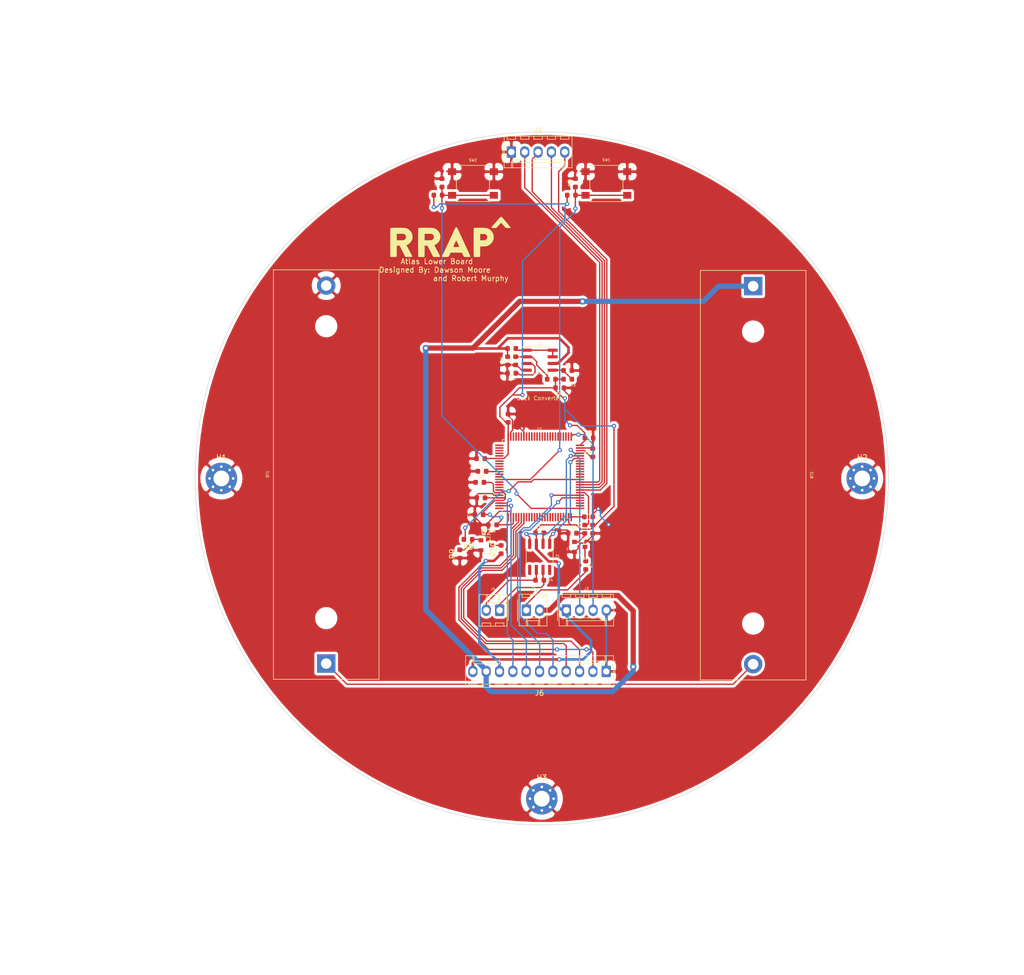
<source format=kicad_pcb>
(kicad_pcb (version 20171130) (host pcbnew "(5.1.5)-3")
  (layers (0 F.Cu signal) (31 B.Cu signal) (34 B.Paste user) (35 F.Paste user) (36 B.SilkS user) (37 F.SilkS user) (38 B.Mask user) (39 F.Mask user) (44 Edge.Cuts user))
  (net 0 "")
  (net 1 "Net-(BT1-Pad1)")
  (net 2 GND)
  (net 3 /BATT_IN)
  (net 4 +3V3)
  (net 5 "Net-(C14-Pad2)")
  (net 6 /RESET)
  (net 7 /ARM)
  (net 8 "Net-(D1-Pad1)")
  (net 9 /SCLK)
  (net 10 /SDI)
  (net 11 /SDO)
  (net 12 /CS_Accel)
  (net 13 /CS_Baro)
  (net 14 /RX)
  (net 15 /TX)
  (net 16 /Ignite)
  (net 17 /Drop)
  (net 18 /SWCLK)
  (net 19 /SWDIO)
  (net 20 /CAN_L)
  (net 21 /CAN_H)
  (net 22 /LED4)
  (net 23 /LED3)
  (net 24 /LED2)
  (net 25 /LED1)
  (net 26 "Net-(Q1-Pad1)")
  (net 27 "Net-(Q2-Pad1)")
  (net 28 "Net-(R1-Pad1)")
  (net 29 "Net-(R2-Pad1)")
  (net 30 /Ignite_Signal)
  (net 31 /Drop_Signal)
  (net 32 "Net-(U1-Pad98)")
  (net 33 "Net-(U1-Pad97)")
  (net 34 "Net-(U1-Pad96)")
  (net 35 "Net-(U1-Pad95)")
  (net 36 "Net-(U1-Pad93)")
  (net 37 "Net-(U1-Pad92)")
  (net 38 "Net-(U1-Pad91)")
  (net 39 "Net-(U1-Pad90)")
  (net 40 "Net-(U1-Pad89)")
  (net 41 "Net-(U1-Pad88)")
  (net 42 "Net-(U1-Pad87)")
  (net 43 "Net-(U1-Pad86)")
  (net 44 "Net-(U1-Pad85)")
  (net 45 "Net-(U1-Pad84)")
  (net 46 "Net-(U1-Pad83)")
  (net 47 "Net-(U1-Pad82)")
  (net 48 "Net-(U1-Pad81)")
  (net 49 "Net-(U1-Pad80)")
  (net 50 "Net-(U1-Pad79)")
  (net 51 "Net-(U1-Pad78)")
  (net 52 "Net-(U1-Pad77)")
  (net 53 /CAN_RX)
  (net 54 /CAN_TX)
  (net 55 "Net-(U1-Pad69)")
  (net 56 "Net-(U1-Pad68)")
  (net 57 "Net-(U1-Pad67)")
  (net 58 "Net-(U1-Pad66)")
  (net 59 "Net-(U1-Pad65)")
  (net 60 "Net-(U1-Pad64)")
  (net 61 "Net-(U1-Pad63)")
  (net 62 "Net-(U1-Pad54)")
  (net 63 "Net-(U1-Pad53)")
  (net 64 "Net-(U1-Pad52)")
  (net 65 "Net-(U1-Pad48)")
  (net 66 "Net-(U1-Pad47)")
  (net 67 "Net-(U1-Pad46)")
  (net 68 "Net-(U1-Pad45)")
  (net 69 "Net-(U1-Pad44)")
  (net 70 "Net-(U1-Pad43)")
  (net 71 "Net-(U1-Pad42)")
  (net 72 "Net-(U1-Pad41)")
  (net 73 "Net-(U1-Pad40)")
  (net 74 "Net-(U1-Pad39)")
  (net 75 "Net-(U1-Pad38)")
  (net 76 "Net-(U1-Pad37)")
  (net 77 "Net-(U1-Pad36)")
  (net 78 "Net-(U1-Pad35)")
  (net 79 "Net-(U1-Pad34)")
  (net 80 "Net-(U1-Pad33)")
  (net 81 "Net-(U1-Pad29)")
  (net 82 "Net-(U1-Pad26)")
  (net 83 "Net-(U1-Pad25)")
  (net 84 "Net-(U1-Pad18)")
  (net 85 "Net-(U1-Pad17)")
  (net 86 "Net-(U1-Pad16)")
  (net 87 "Net-(U1-Pad15)")
  (net 88 "Net-(U1-Pad13)")
  (net 89 "Net-(U1-Pad12)")
  (net 90 "Net-(U1-Pad9)")
  (net 91 "Net-(U1-Pad8)")
  (net 92 "Net-(U1-Pad7)")
  (net 93 "Net-(U1-Pad5)")
  (net 94 "Net-(U1-Pad4)")
  (net 95 "Net-(U1-Pad3)")
  (net 96 "Net-(U1-Pad2)")
  (net 97 "Net-(U1-Pad1)")
  (net 98 "Net-(U2-Pad8)")
  (net 99 "Net-(U2-Pad5)")
  (net 100 "Net-(Q1-Pad3)")
  (net 101 "Net-(Q2-Pad3)")
  (module MountingHole:MountingHole_3mm_Pad_Via (layer F.Cu) (at -25 -53)
    (fp_text reference H3 (at 0 -4) (layer F.SilkS))
    (fp_text value MountingHole_Pad)
    (pad 1 thru_hole circle (at 1.59099 -1.59099) (size 0.8 0.8) (drill 0.5) (layers *.Cu *.Mask) (net 2 GND))
    (pad 1 thru_hole circle (at 0 -2.25) (size 0.8 0.8) (drill 0.5) (layers *.Cu *.Mask) (net 2 GND))
    (pad 1 thru_hole circle (at -1.59099 -1.59099) (size 0.8 0.8) (drill 0.5) (layers *.Cu *.Mask) (net 2 GND))
    (pad 1 thru_hole circle (at -2.25 0) (size 0.8 0.8) (drill 0.5) (layers *.Cu *.Mask) (net 2 GND))
    (pad 1 thru_hole circle (at -1.59099 1.59099) (size 0.8 0.8) (drill 0.5) (layers *.Cu *.Mask) (net 2 GND))
    (pad 1 thru_hole circle (at 0 2.25) (size 0.8 0.8) (drill 0.5) (layers *.Cu *.Mask) (net 2 GND))
    (pad 1 thru_hole circle (at 1.59099 1.59099) (size 0.8 0.8) (drill 0.5) (layers *.Cu *.Mask) (net 2 GND))
    (pad 1 thru_hole circle (at 2.25 0) (size 0.8 0.8) (drill 0.5) (layers *.Cu *.Mask) (net 2 GND))
    (pad 1 thru_hole circle (at 0 0) (size 6 6) (drill 3) (layers *.Cu *.Mask) (net 2 GND))
  )
  (module MountingHole:MountingHole_3mm_Pad_Via (layer F.Cu) (at 36 -114)
    (fp_text reference H2 (at 0 -4) (layer F.SilkS))
    (fp_text value MountingHole_Pad)
    (pad 1 thru_hole circle (at 1.59099 -1.59099) (size 0.8 0.8) (drill 0.5) (layers *.Cu *.Mask) (net 2 GND))
    (pad 1 thru_hole circle (at 0 -2.25) (size 0.8 0.8) (drill 0.5) (layers *.Cu *.Mask) (net 2 GND))
    (pad 1 thru_hole circle (at -1.59099 -1.59099) (size 0.8 0.8) (drill 0.5) (layers *.Cu *.Mask) (net 2 GND))
    (pad 1 thru_hole circle (at -2.25 0) (size 0.8 0.8) (drill 0.5) (layers *.Cu *.Mask) (net 2 GND))
    (pad 1 thru_hole circle (at -1.59099 1.59099) (size 0.8 0.8) (drill 0.5) (layers *.Cu *.Mask) (net 2 GND))
    (pad 1 thru_hole circle (at 0 2.25) (size 0.8 0.8) (drill 0.5) (layers *.Cu *.Mask) (net 2 GND))
    (pad 1 thru_hole circle (at 1.59099 1.59099) (size 0.8 0.8) (drill 0.5) (layers *.Cu *.Mask) (net 2 GND))
    (pad 1 thru_hole circle (at 2.25 0) (size 0.8 0.8) (drill 0.5) (layers *.Cu *.Mask) (net 2 GND))
    (pad 1 thru_hole circle (at 0 0) (size 6 6) (drill 3) (layers *.Cu *.Mask) (net 2 GND))
  )
  (module MountingHole:MountingHole_3mm_Pad_Via (layer F.Cu) (at -86 -114)
    (fp_text reference H1 (at 0 -4) (layer F.SilkS))
    (fp_text value MountingHole_Pad)
    (pad 1 thru_hole circle (at 1.59099 -1.59099) (size 0.8 0.8) (drill 0.5) (layers *.Cu *.Mask) (net 2 GND))
    (pad 1 thru_hole circle (at 0 -2.25) (size 0.8 0.8) (drill 0.5) (layers *.Cu *.Mask) (net 2 GND))
    (pad 1 thru_hole circle (at -1.59099 -1.59099) (size 0.8 0.8) (drill 0.5) (layers *.Cu *.Mask) (net 2 GND))
    (pad 1 thru_hole circle (at -2.25 0) (size 0.8 0.8) (drill 0.5) (layers *.Cu *.Mask) (net 2 GND))
    (pad 1 thru_hole circle (at -1.59099 1.59099) (size 0.8 0.8) (drill 0.5) (layers *.Cu *.Mask) (net 2 GND))
    (pad 1 thru_hole circle (at 0 2.25) (size 0.8 0.8) (drill 0.5) (layers *.Cu *.Mask) (net 2 GND))
    (pad 1 thru_hole circle (at 1.59099 1.59099) (size 0.8 0.8) (drill 0.5) (layers *.Cu *.Mask) (net 2 GND))
    (pad 1 thru_hole circle (at 2.25 0) (size 0.8 0.8) (drill 0.5) (layers *.Cu *.Mask) (net 2 GND))
    (pad 1 thru_hole circle (at 0 0) (size 6 6) (drill 3) (layers *.Cu *.Mask) (net 2 GND))
  )
  (module ICM-20948:RRAP_Carat (layer F.Cu) (at -32.3342 -163.0172)
    (fp_text reference G*** hide)
    (fp_text value LOGO hide)
  )
  (module ICM-20948:RRAP_Logo (layer F.Cu) (at -42.672 -158.9786)
    (fp_text reference G*** hide)
    (fp_text value LOGO hide)
  )
  (module Resistor_SMD:R_0603_1608Metric (layer F.Cu) (at -32.7406 -100.457 90)
    (fp_text reference R10 (at 0 -1.43 90) (layer F.SilkS))
    (fp_text value "2 Ω")
    (pad 2 smd roundrect (at 0.7875 0 90) (size 0.875 0.95) (layers F.Cu F.Paste F.Mask) (net 101 "Net-(Q2-Pad3)"))
    (pad 1 smd roundrect (at -0.7875 0 90) (size 0.875 0.95) (layers F.Cu F.Paste F.Mask) (net 17 /Drop))
  )
  (module Resistor_SMD:R_0603_1608Metric (layer F.Cu) (at -40.6146 -99.6188 90)
    (fp_text reference R9 (at 0 -1.43 90) (layer F.SilkS))
    (fp_text value "10 kΩ")
    (pad 2 smd roundrect (at 0.7875 0 90) (size 0.875 0.95) (layers F.Cu F.Paste F.Mask) (net 27 "Net-(Q2-Pad1)"))
    (pad 1 smd roundrect (at -0.7875 0 90) (size 0.875 0.95) (layers F.Cu F.Paste F.Mask) (net 2 GND))
  )
  (module Resistor_SMD:R_0603_1608Metric (layer F.Cu) (at -39.0397 -102.3874 180)
    (fp_text reference R8 (at 0 -1.43) (layer F.SilkS))
    (fp_text value "1 kΩ")
    (pad 2 smd roundrect (at 0.7875 0 180) (size 0.875 0.95) (layers F.Cu F.Paste F.Mask) (net 31 /Drop_Signal))
    (pad 1 smd roundrect (at -0.7875 0 180) (size 0.875 0.95) (layers F.Cu F.Paste F.Mask) (net 27 "Net-(Q2-Pad1)"))
  )
  (module Package_TO_SOT_SMD:SOT-23 (layer F.Cu) (at -35.5948 -101.2698)
    (fp_text reference Q2 (at 0 -2.5) (layer F.SilkS))
    (fp_text value IRLML0030)
    (pad 3 smd rect (at 1 0) (size 0.9 0.8) (layers F.Cu F.Paste F.Mask) (net 101 "Net-(Q2-Pad3)"))
    (pad 2 smd rect (at -1 0.95) (size 0.9 0.8) (layers F.Cu F.Paste F.Mask) (net 2 GND))
    (pad 1 smd rect (at -1 -0.95) (size 0.9 0.8) (layers F.Cu F.Paste F.Mask) (net 27 "Net-(Q2-Pad1)"))
  )
  (module Connector_Molex:Molex_KK-254_AE-6410-11A_1x11_P2.54mm_Vertical (layer F.Cu) (at -12.7254 -77.2414 180)
    (fp_text reference J6 (at 12.7 -4.12) (layer F.SilkS))
    (fp_text value "Board -> Board")
    (pad 11 thru_hole oval (at 25.4 0 180) (size 1.74 2.2) (drill 1.2) (layers *.Cu *.Mask) (net 4 +3V3))
    (pad 10 thru_hole oval (at 22.86 0 180) (size 1.74 2.2) (drill 1.2) (layers *.Cu *.Mask) (net 3 /BATT_IN))
    (pad 9 thru_hole oval (at 20.32 0 180) (size 1.74 2.2) (drill 1.2) (layers *.Cu *.Mask) (net 17 /Drop))
    (pad 8 thru_hole oval (at 17.78 0 180) (size 1.74 2.2) (drill 1.2) (layers *.Cu *.Mask) (net 15 /TX))
    (pad 7 thru_hole oval (at 15.24 0 180) (size 1.74 2.2) (drill 1.2) (layers *.Cu *.Mask) (net 14 /RX))
    (pad 6 thru_hole oval (at 12.7 0 180) (size 1.74 2.2) (drill 1.2) (layers *.Cu *.Mask) (net 13 /CS_Baro))
    (pad 5 thru_hole oval (at 10.16 0 180) (size 1.74 2.2) (drill 1.2) (layers *.Cu *.Mask) (net 12 /CS_Accel))
    (pad 4 thru_hole oval (at 7.62 0 180) (size 1.74 2.2) (drill 1.2) (layers *.Cu *.Mask) (net 11 /SDO))
    (pad 3 thru_hole oval (at 5.08 0 180) (size 1.74 2.2) (drill 1.2) (layers *.Cu *.Mask) (net 10 /SDI))
    (pad 2 thru_hole oval (at 2.54 0 180) (size 1.74 2.2) (drill 1.2) (layers *.Cu *.Mask) (net 9 /SCLK))
    (pad 1 thru_hole roundrect (at 0 0 180) (size 1.74 2.2) (drill 1.2) (layers *.Cu *.Mask) (roundrect_rratio 0.143678) (net 2 GND))
  )
  (module Connector_Molex:Molex_KK-254_AE-6410-05A_1x05_P2.54mm_Vertical (layer F.Cu) (at -30.7848 -176.1744)
    (fp_text reference J1 (at 5.08 -4.12) (layer F.SilkS))
    (fp_text value LED_Header)
    (pad 5 thru_hole oval (at 10.16 0) (size 1.74 2.2) (drill 1.2) (layers *.Cu *.Mask) (net 25 /LED1))
    (pad 4 thru_hole oval (at 7.62 0) (size 1.74 2.2) (drill 1.2) (layers *.Cu *.Mask) (net 24 /LED2))
    (pad 3 thru_hole oval (at 5.08 0) (size 1.74 2.2) (drill 1.2) (layers *.Cu *.Mask) (net 23 /LED3))
    (pad 2 thru_hole oval (at 2.54 0) (size 1.74 2.2) (drill 1.2) (layers *.Cu *.Mask) (net 22 /LED4))
    (pad 1 thru_hole roundrect (at 0 0) (size 1.74 2.2) (drill 1.2) (layers *.Cu *.Mask) (roundrect_rratio 0.143678) (net 2 GND))
  )
  (module Button_Switch_SMD:SW_SPST_B3S-1000 (layer F.Cu) (at -12.7 -170.18)
    (fp_text reference SW1 (at 0 -4.5) (layer F.SilkS) (effects (font (size 0.5 0.5) (thickness 0.075))))
    (fp_text value SW_Push)
    (pad 2 smd rect (at 3.975 2.25) (size 1.55 1.3) (layers F.Cu F.Paste F.Mask) (net 6 /RESET))
    (pad 2 smd rect (at -3.975 2.25) (size 1.55 1.3) (layers F.Cu F.Paste F.Mask) (net 6 /RESET))
    (pad 1 smd rect (at 3.975 -2.25) (size 1.55 1.3) (layers F.Cu F.Paste F.Mask) (net 2 GND))
    (pad 1 smd rect (at -3.975 -2.25) (size 1.55 1.3) (layers F.Cu F.Paste F.Mask) (net 2 GND))
  )
  (module Resistor_SMD:R_0603_1608Metric (layer F.Cu) (at -19.3675 -167.9575)
    (fp_text reference R12 (at 0 1.143) (layer F.SilkS) (effects (font (size 0.5 0.5) (thickness 0.075))))
    (fp_text value "10 kΩ" hide)
    (pad 2 smd roundrect (at 0.7875 0) (size 0.875 0.95) (layers F.Cu F.Paste F.Mask) (net 6 /RESET))
    (pad 1 smd roundrect (at -0.7875 0) (size 0.875 0.95) (layers F.Cu F.Paste F.Mask) (net 4 +3V3))
  )
  (module Package_SO:SOIC-8_3.9x4.9mm_P1.27mm (layer F.Cu) (at -25.4 -136.525)
    (fp_text reference U3 (at 0 -3.048) (layer F.SilkS) (effects (font (size 0.5 0.5) (thickness 0.075))))
    (fp_text value MC34063AD hide)
    (pad 8 smd roundrect (at 2.475 -1.905) (size 1.95 0.6) (layers F.Cu F.Paste F.Mask) (net 28 "Net-(R1-Pad1)"))
    (pad 7 smd roundrect (at 2.475 -0.635) (size 1.95 0.6) (layers F.Cu F.Paste F.Mask) (net 28 "Net-(R1-Pad1)"))
    (pad 6 smd roundrect (at 2.475 0.635) (size 1.95 0.6) (layers F.Cu F.Paste F.Mask) (net 3 /BATT_IN))
    (pad 5 smd roundrect (at 2.475 1.905) (size 1.95 0.6) (layers F.Cu F.Paste F.Mask) (net 29 "Net-(R2-Pad1)"))
    (pad 4 smd roundrect (at -2.475 1.905) (size 1.95 0.6) (layers F.Cu F.Paste F.Mask) (net 2 GND))
    (pad 3 smd roundrect (at -2.475 0.635) (size 1.95 0.6) (layers F.Cu F.Paste F.Mask) (net 5 "Net-(C14-Pad2)"))
    (pad 2 smd roundrect (at -2.475 -0.635) (size 1.95 0.6) (layers F.Cu F.Paste F.Mask) (net 8 "Net-(D1-Pad1)"))
    (pad 1 smd roundrect (at -2.475 -1.905) (size 1.95 0.6) (layers F.Cu F.Paste F.Mask) (net 28 "Net-(R1-Pad1)"))
  )
  (module Package_SO:SOIC-8_3.9x4.9mm_P1.27mm (layer F.Cu) (at -25.4 -99.06 270)
    (fp_text reference U2 (at 0 -3.4 90) (layer F.SilkS) (effects (font (size 0.5 0.5) (thickness 0.075))))
    (fp_text value SN65HVD232 hide)
    (pad 8 smd roundrect (at 2.475 -1.905 270) (size 1.95 0.6) (layers F.Cu F.Paste F.Mask) (net 98 "Net-(U2-Pad8)"))
    (pad 7 smd roundrect (at 2.475 -0.635 270) (size 1.95 0.6) (layers F.Cu F.Paste F.Mask) (net 21 /CAN_H))
    (pad 6 smd roundrect (at 2.475 0.635 270) (size 1.95 0.6) (layers F.Cu F.Paste F.Mask) (net 20 /CAN_L))
    (pad 5 smd roundrect (at 2.475 1.905 270) (size 1.95 0.6) (layers F.Cu F.Paste F.Mask) (net 99 "Net-(U2-Pad5)"))
    (pad 4 smd roundrect (at -2.475 1.905 270) (size 1.95 0.6) (layers F.Cu F.Paste F.Mask) (net 53 /CAN_RX))
    (pad 3 smd roundrect (at -2.475 0.635 270) (size 1.95 0.6) (layers F.Cu F.Paste F.Mask) (net 4 +3V3))
    (pad 2 smd roundrect (at -2.475 -0.635 270) (size 1.95 0.6) (layers F.Cu F.Paste F.Mask) (net 2 GND))
    (pad 1 smd roundrect (at -2.475 -1.905 270) (size 1.95 0.6) (layers F.Cu F.Paste F.Mask) (net 54 /CAN_TX))
  )
  (module Package_QFP:LQFP-100_14x14mm_P0.5mm (layer F.Cu) (at -25.4 -114.3)
    (fp_text reference U1 (at 0 -9.144) (layer F.SilkS) (effects (font (size 0.5 0.5) (thickness 0.075))))
    (fp_text value STM32F407VGTx hide)
    (pad 100 smd roundrect (at -6 -7.675) (size 0.3 1.6) (layers F.Cu F.Paste F.Mask) (net 4 +3V3))
    (pad 99 smd roundrect (at -5.5 -7.675) (size 0.3 1.6) (layers F.Cu F.Paste F.Mask) (net 2 GND))
    (pad 98 smd roundrect (at -5 -7.675) (size 0.3 1.6) (layers F.Cu F.Paste F.Mask) (net 32 "Net-(U1-Pad98)"))
    (pad 97 smd roundrect (at -4.5 -7.675) (size 0.3 1.6) (layers F.Cu F.Paste F.Mask) (net 33 "Net-(U1-Pad97)"))
    (pad 96 smd roundrect (at -4 -7.675) (size 0.3 1.6) (layers F.Cu F.Paste F.Mask) (net 34 "Net-(U1-Pad96)"))
    (pad 95 smd roundrect (at -3.5 -7.675) (size 0.3 1.6) (layers F.Cu F.Paste F.Mask) (net 35 "Net-(U1-Pad95)"))
    (pad 94 smd roundrect (at -3 -7.675) (size 0.3 1.6) (layers F.Cu F.Paste F.Mask) (net 2 GND))
    (pad 93 smd roundrect (at -2.5 -7.675) (size 0.3 1.6) (layers F.Cu F.Paste F.Mask) (net 36 "Net-(U1-Pad93)"))
    (pad 92 smd roundrect (at -2 -7.675) (size 0.3 1.6) (layers F.Cu F.Paste F.Mask) (net 37 "Net-(U1-Pad92)"))
    (pad 91 smd roundrect (at -1.5 -7.675) (size 0.3 1.6) (layers F.Cu F.Paste F.Mask) (net 38 "Net-(U1-Pad91)"))
    (pad 90 smd roundrect (at -1 -7.675) (size 0.3 1.6) (layers F.Cu F.Paste F.Mask) (net 39 "Net-(U1-Pad90)"))
    (pad 89 smd roundrect (at -0.5 -7.675) (size 0.3 1.6) (layers F.Cu F.Paste F.Mask) (net 40 "Net-(U1-Pad89)"))
    (pad 88 smd roundrect (at 0 -7.675) (size 0.3 1.6) (layers F.Cu F.Paste F.Mask) (net 41 "Net-(U1-Pad88)"))
    (pad 87 smd roundrect (at 0.5 -7.675) (size 0.3 1.6) (layers F.Cu F.Paste F.Mask) (net 42 "Net-(U1-Pad87)"))
    (pad 86 smd roundrect (at 1 -7.675) (size 0.3 1.6) (layers F.Cu F.Paste F.Mask) (net 43 "Net-(U1-Pad86)"))
    (pad 85 smd roundrect (at 1.5 -7.675) (size 0.3 1.6) (layers F.Cu F.Paste F.Mask) (net 44 "Net-(U1-Pad85)"))
    (pad 84 smd roundrect (at 2 -7.675) (size 0.3 1.6) (layers F.Cu F.Paste F.Mask) (net 45 "Net-(U1-Pad84)"))
    (pad 83 smd roundrect (at 2.5 -7.675) (size 0.3 1.6) (layers F.Cu F.Paste F.Mask) (net 46 "Net-(U1-Pad83)"))
    (pad 82 smd roundrect (at 3 -7.675) (size 0.3 1.6) (layers F.Cu F.Paste F.Mask) (net 47 "Net-(U1-Pad82)"))
    (pad 81 smd roundrect (at 3.5 -7.675) (size 0.3 1.6) (layers F.Cu F.Paste F.Mask) (net 48 "Net-(U1-Pad81)"))
    (pad 80 smd roundrect (at 4 -7.675) (size 0.3 1.6) (layers F.Cu F.Paste F.Mask) (net 49 "Net-(U1-Pad80)"))
    (pad 79 smd roundrect (at 4.5 -7.675) (size 0.3 1.6) (layers F.Cu F.Paste F.Mask) (net 50 "Net-(U1-Pad79)"))
    (pad 78 smd roundrect (at 5 -7.675) (size 0.3 1.6) (layers F.Cu F.Paste F.Mask) (net 51 "Net-(U1-Pad78)"))
    (pad 77 smd roundrect (at 5.5 -7.675) (size 0.3 1.6) (layers F.Cu F.Paste F.Mask) (net 52 "Net-(U1-Pad77)"))
    (pad 76 smd roundrect (at 6 -7.675) (size 0.3 1.6) (layers F.Cu F.Paste F.Mask) (net 18 /SWCLK))
    (pad 75 smd roundrect (at 7.675 -6) (size 1.6 0.3) (layers F.Cu F.Paste F.Mask) (net 4 +3V3))
    (pad 74 smd roundrect (at 7.675 -5.5) (size 1.6 0.3) (layers F.Cu F.Paste F.Mask) (net 2 GND))
    (pad 73 smd roundrect (at 7.675 -5) (size 1.6 0.3) (layers F.Cu F.Paste F.Mask) (net 4 +3V3))
    (pad 72 smd roundrect (at 7.675 -4.5) (size 1.6 0.3) (layers F.Cu F.Paste F.Mask) (net 19 /SWDIO))
    (pad 71 smd roundrect (at 7.675 -4) (size 1.6 0.3) (layers F.Cu F.Paste F.Mask) (net 53 /CAN_RX))
    (pad 70 smd roundrect (at 7.675 -3.5) (size 1.6 0.3) (layers F.Cu F.Paste F.Mask) (net 54 /CAN_TX))
    (pad 69 smd roundrect (at 7.675 -3) (size 1.6 0.3) (layers F.Cu F.Paste F.Mask) (net 55 "Net-(U1-Pad69)"))
    (pad 68 smd roundrect (at 7.675 -2.5) (size 1.6 0.3) (layers F.Cu F.Paste F.Mask) (net 56 "Net-(U1-Pad68)"))
    (pad 67 smd roundrect (at 7.675 -2) (size 1.6 0.3) (layers F.Cu F.Paste F.Mask) (net 57 "Net-(U1-Pad67)"))
    (pad 66 smd roundrect (at 7.675 -1.5) (size 1.6 0.3) (layers F.Cu F.Paste F.Mask) (net 58 "Net-(U1-Pad66)"))
    (pad 65 smd roundrect (at 7.675 -1) (size 1.6 0.3) (layers F.Cu F.Paste F.Mask) (net 59 "Net-(U1-Pad65)"))
    (pad 64 smd roundrect (at 7.675 -0.5) (size 1.6 0.3) (layers F.Cu F.Paste F.Mask) (net 60 "Net-(U1-Pad64)"))
    (pad 63 smd roundrect (at 7.675 0) (size 1.6 0.3) (layers F.Cu F.Paste F.Mask) (net 61 "Net-(U1-Pad63)"))
    (pad 62 smd roundrect (at 7.675 0.5) (size 1.6 0.3) (layers F.Cu F.Paste F.Mask) (net 31 /Drop_Signal))
    (pad 61 smd roundrect (at 7.675 1) (size 1.6 0.3) (layers F.Cu F.Paste F.Mask) (net 22 /LED4))
    (pad 60 smd roundrect (at 7.675 1.5) (size 1.6 0.3) (layers F.Cu F.Paste F.Mask) (net 23 /LED3))
    (pad 59 smd roundrect (at 7.675 2) (size 1.6 0.3) (layers F.Cu F.Paste F.Mask) (net 24 /LED2))
    (pad 58 smd roundrect (at 7.675 2.5) (size 1.6 0.3) (layers F.Cu F.Paste F.Mask) (net 25 /LED1))
    (pad 57 smd roundrect (at 7.675 3) (size 1.6 0.3) (layers F.Cu F.Paste F.Mask) (net 30 /Ignite_Signal))
    (pad 56 smd roundrect (at 7.675 3.5) (size 1.6 0.3) (layers F.Cu F.Paste F.Mask) (net 13 /CS_Baro))
    (pad 55 smd roundrect (at 7.675 4) (size 1.6 0.3) (layers F.Cu F.Paste F.Mask) (net 12 /CS_Accel))
    (pad 54 smd roundrect (at 7.675 4.5) (size 1.6 0.3) (layers F.Cu F.Paste F.Mask) (net 62 "Net-(U1-Pad54)"))
    (pad 53 smd roundrect (at 7.675 5) (size 1.6 0.3) (layers F.Cu F.Paste F.Mask) (net 63 "Net-(U1-Pad53)"))
    (pad 52 smd roundrect (at 7.675 5.5) (size 1.6 0.3) (layers F.Cu F.Paste F.Mask) (net 64 "Net-(U1-Pad52)"))
    (pad 51 smd roundrect (at 7.675 6) (size 1.6 0.3) (layers F.Cu F.Paste F.Mask) (net 7 /ARM))
    (pad 50 smd roundrect (at 6 7.675) (size 0.3 1.6) (layers F.Cu F.Paste F.Mask) (net 4 +3V3))
    (pad 49 smd roundrect (at 5.5 7.675) (size 0.3 1.6) (layers F.Cu F.Paste F.Mask) (net 4 +3V3))
    (pad 48 smd roundrect (at 5 7.675) (size 0.3 1.6) (layers F.Cu F.Paste F.Mask) (net 65 "Net-(U1-Pad48)"))
    (pad 47 smd roundrect (at 4.5 7.675) (size 0.3 1.6) (layers F.Cu F.Paste F.Mask) (net 66 "Net-(U1-Pad47)"))
    (pad 46 smd roundrect (at 4 7.675) (size 0.3 1.6) (layers F.Cu F.Paste F.Mask) (net 67 "Net-(U1-Pad46)"))
    (pad 45 smd roundrect (at 3.5 7.675) (size 0.3 1.6) (layers F.Cu F.Paste F.Mask) (net 68 "Net-(U1-Pad45)"))
    (pad 44 smd roundrect (at 3 7.675) (size 0.3 1.6) (layers F.Cu F.Paste F.Mask) (net 69 "Net-(U1-Pad44)"))
    (pad 43 smd roundrect (at 2.5 7.675) (size 0.3 1.6) (layers F.Cu F.Paste F.Mask) (net 70 "Net-(U1-Pad43)"))
    (pad 42 smd roundrect (at 2 7.675) (size 0.3 1.6) (layers F.Cu F.Paste F.Mask) (net 71 "Net-(U1-Pad42)"))
    (pad 41 smd roundrect (at 1.5 7.675) (size 0.3 1.6) (layers F.Cu F.Paste F.Mask) (net 72 "Net-(U1-Pad41)"))
    (pad 40 smd roundrect (at 1 7.675) (size 0.3 1.6) (layers F.Cu F.Paste F.Mask) (net 73 "Net-(U1-Pad40)"))
    (pad 39 smd roundrect (at 0.5 7.675) (size 0.3 1.6) (layers F.Cu F.Paste F.Mask) (net 74 "Net-(U1-Pad39)"))
    (pad 38 smd roundrect (at 0 7.675) (size 0.3 1.6) (layers F.Cu F.Paste F.Mask) (net 75 "Net-(U1-Pad38)"))
    (pad 37 smd roundrect (at -0.5 7.675) (size 0.3 1.6) (layers F.Cu F.Paste F.Mask) (net 76 "Net-(U1-Pad37)"))
    (pad 36 smd roundrect (at -1 7.675) (size 0.3 1.6) (layers F.Cu F.Paste F.Mask) (net 77 "Net-(U1-Pad36)"))
    (pad 35 smd roundrect (at -1.5 7.675) (size 0.3 1.6) (layers F.Cu F.Paste F.Mask) (net 78 "Net-(U1-Pad35)"))
    (pad 34 smd roundrect (at -2 7.675) (size 0.3 1.6) (layers F.Cu F.Paste F.Mask) (net 79 "Net-(U1-Pad34)"))
    (pad 33 smd roundrect (at -2.5 7.675) (size 0.3 1.6) (layers F.Cu F.Paste F.Mask) (net 80 "Net-(U1-Pad33)"))
    (pad 32 smd roundrect (at -3 7.675) (size 0.3 1.6) (layers F.Cu F.Paste F.Mask) (net 10 /SDI))
    (pad 31 smd roundrect (at -3.5 7.675) (size 0.3 1.6) (layers F.Cu F.Paste F.Mask) (net 11 /SDO))
    (pad 30 smd roundrect (at -4 7.675) (size 0.3 1.6) (layers F.Cu F.Paste F.Mask) (net 9 /SCLK))
    (pad 29 smd roundrect (at -4.5 7.675) (size 0.3 1.6) (layers F.Cu F.Paste F.Mask) (net 81 "Net-(U1-Pad29)"))
    (pad 28 smd roundrect (at -5 7.675) (size 0.3 1.6) (layers F.Cu F.Paste F.Mask) (net 4 +3V3))
    (pad 27 smd roundrect (at -5.5 7.675) (size 0.3 1.6) (layers F.Cu F.Paste F.Mask) (net 2 GND))
    (pad 26 smd roundrect (at -6 7.675) (size 0.3 1.6) (layers F.Cu F.Paste F.Mask) (net 82 "Net-(U1-Pad26)"))
    (pad 25 smd roundrect (at -7.675 6) (size 1.6 0.3) (layers F.Cu F.Paste F.Mask) (net 83 "Net-(U1-Pad25)"))
    (pad 24 smd roundrect (at -7.675 5.5) (size 1.6 0.3) (layers F.Cu F.Paste F.Mask) (net 14 /RX))
    (pad 23 smd roundrect (at -7.675 5) (size 1.6 0.3) (layers F.Cu F.Paste F.Mask) (net 15 /TX))
    (pad 22 smd roundrect (at -7.675 4.5) (size 1.6 0.3) (layers F.Cu F.Paste F.Mask) (net 4 +3V3))
    (pad 21 smd roundrect (at -7.675 4) (size 1.6 0.3) (layers F.Cu F.Paste F.Mask) (net 4 +3V3))
    (pad 20 smd roundrect (at -7.675 3.5) (size 1.6 0.3) (layers F.Cu F.Paste F.Mask) (net 2 GND))
    (pad 19 smd roundrect (at -7.675 3) (size 1.6 0.3) (layers F.Cu F.Paste F.Mask) (net 4 +3V3))
    (pad 18 smd roundrect (at -7.675 2.5) (size 1.6 0.3) (layers F.Cu F.Paste F.Mask) (net 84 "Net-(U1-Pad18)"))
    (pad 17 smd roundrect (at -7.675 2) (size 1.6 0.3) (layers F.Cu F.Paste F.Mask) (net 85 "Net-(U1-Pad17)"))
    (pad 16 smd roundrect (at -7.675 1.5) (size 1.6 0.3) (layers F.Cu F.Paste F.Mask) (net 86 "Net-(U1-Pad16)"))
    (pad 15 smd roundrect (at -7.675 1) (size 1.6 0.3) (layers F.Cu F.Paste F.Mask) (net 87 "Net-(U1-Pad15)"))
    (pad 14 smd roundrect (at -7.675 0.5) (size 1.6 0.3) (layers F.Cu F.Paste F.Mask) (net 6 /RESET))
    (pad 13 smd roundrect (at -7.675 0) (size 1.6 0.3) (layers F.Cu F.Paste F.Mask) (net 88 "Net-(U1-Pad13)"))
    (pad 12 smd roundrect (at -7.675 -0.5) (size 1.6 0.3) (layers F.Cu F.Paste F.Mask) (net 89 "Net-(U1-Pad12)"))
    (pad 11 smd roundrect (at -7.675 -1) (size 1.6 0.3) (layers F.Cu F.Paste F.Mask) (net 4 +3V3))
    (pad 10 smd roundrect (at -7.675 -1.5) (size 1.6 0.3) (layers F.Cu F.Paste F.Mask) (net 2 GND))
    (pad 9 smd roundrect (at -7.675 -2) (size 1.6 0.3) (layers F.Cu F.Paste F.Mask) (net 90 "Net-(U1-Pad9)"))
    (pad 8 smd roundrect (at -7.675 -2.5) (size 1.6 0.3) (layers F.Cu F.Paste F.Mask) (net 91 "Net-(U1-Pad8)"))
    (pad 7 smd roundrect (at -7.675 -3) (size 1.6 0.3) (layers F.Cu F.Paste F.Mask) (net 92 "Net-(U1-Pad7)"))
    (pad 6 smd roundrect (at -7.675 -3.5) (size 1.6 0.3) (layers F.Cu F.Paste F.Mask) (net 4 +3V3))
    (pad 5 smd roundrect (at -7.675 -4) (size 1.6 0.3) (layers F.Cu F.Paste F.Mask) (net 93 "Net-(U1-Pad5)"))
    (pad 4 smd roundrect (at -7.675 -4.5) (size 1.6 0.3) (layers F.Cu F.Paste F.Mask) (net 94 "Net-(U1-Pad4)"))
    (pad 3 smd roundrect (at -7.675 -5) (size 1.6 0.3) (layers F.Cu F.Paste F.Mask) (net 95 "Net-(U1-Pad3)"))
    (pad 2 smd roundrect (at -7.675 -5.5) (size 1.6 0.3) (layers F.Cu F.Paste F.Mask) (net 96 "Net-(U1-Pad2)"))
    (pad 1 smd roundrect (at -7.675 -6) (size 1.6 0.3) (layers F.Cu F.Paste F.Mask) (net 97 "Net-(U1-Pad1)"))
  )
  (module Button_Switch_SMD:SW_SPST_B3S-1000 (layer F.Cu) (at -38.1 -170.18)
    (fp_text reference SW2 (at 0 -4.445) (layer F.SilkS) (effects (font (size 0.5 0.5) (thickness 0.075))))
    (fp_text value SW_Push)
    (pad 2 smd rect (at 3.975 2.25) (size 1.55 1.3) (layers F.Cu F.Paste F.Mask) (net 7 /ARM))
    (pad 2 smd rect (at -3.975 2.25) (size 1.55 1.3) (layers F.Cu F.Paste F.Mask) (net 7 /ARM))
    (pad 1 smd rect (at 3.975 -2.25) (size 1.55 1.3) (layers F.Cu F.Paste F.Mask) (net 2 GND))
    (pad 1 smd rect (at -3.975 -2.25) (size 1.55 1.3) (layers F.Cu F.Paste F.Mask) (net 2 GND))
  )
  (module Resistor_SMD:R_0603_1608Metric (layer F.Cu) (at -44.7675 -167.9575)
    (fp_text reference R11 (at 0 1.2065) (layer F.SilkS) (effects (font (size 0.5 0.5) (thickness 0.075))))
    (fp_text value "10 kΩ" hide)
    (pad 2 smd roundrect (at 0.7875 0) (size 0.875 0.95) (layers F.Cu F.Paste F.Mask) (net 7 /ARM))
    (pad 1 smd roundrect (at -0.7875 0) (size 0.875 0.95) (layers F.Cu F.Paste F.Mask) (net 4 +3V3))
  )
  (module Resistor_SMD:R_0603_1608Metric (layer F.Cu) (at -16.637 -97.4599 90)
    (fp_text reference R7 (at 0 1.0795 90) (layer F.SilkS) (effects (font (size 0.5 0.5) (thickness 0.075))))
    (fp_text value "2 Ω" hide)
    (pad 2 smd roundrect (at 0.7875 0 90) (size 0.875 0.95) (layers F.Cu F.Paste F.Mask) (net 100 "Net-(Q1-Pad3)"))
    (pad 1 smd roundrect (at -0.7875 0 90) (size 0.875 0.95) (layers F.Cu F.Paste F.Mask) (net 16 /Ignite))
  )
  (module Resistor_SMD:R_0603_1608Metric (layer F.Cu) (at -19.177 -103.5685)
    (fp_text reference R6 (at 0 -1.0795) (layer F.SilkS) (effects (font (size 0.5 0.5) (thickness 0.075))))
    (fp_text value "10 kΩ" hide)
    (pad 2 smd roundrect (at 0.7875 0) (size 0.875 0.95) (layers F.Cu F.Paste F.Mask) (net 26 "Net-(Q1-Pad1)"))
    (pad 1 smd roundrect (at -0.7875 0) (size 0.875 0.95) (layers F.Cu F.Paste F.Mask) (net 2 GND))
  )
  (module Resistor_SMD:R_0603_1608Metric (layer F.Cu) (at -16.8275 -104.3305 90)
    (fp_text reference R5 (at 0.762 -1.0795 270) (layer F.SilkS) (effects (font (size 0.5 0.5) (thickness 0.075))))
    (fp_text value "1 kΩ" hide)
    (pad 2 smd roundrect (at 0.7875 0 90) (size 0.875 0.95) (layers F.Cu F.Paste F.Mask) (net 30 /Ignite_Signal))
    (pad 1 smd roundrect (at -0.7875 0 90) (size 0.875 0.95) (layers F.Cu F.Paste F.Mask) (net 26 "Net-(Q1-Pad1)"))
  )
  (module Resistor_SMD:R_0603_1608Metric (layer F.Cu) (at -25.4 -94.615 180)
    (fp_text reference R4 (at -2.032 0) (layer F.SilkS) (effects (font (size 0.5 0.5) (thickness 0.075))))
    (fp_text value "120 Ω" hide)
    (pad 2 smd roundrect (at 0.7875 0 180) (size 0.875 0.95) (layers F.Cu F.Paste F.Mask) (net 20 /CAN_L))
    (pad 1 smd roundrect (at -0.7875 0 180) (size 0.875 0.95) (layers F.Cu F.Paste F.Mask) (net 21 /CAN_H))
  )
  (module Resistor_SMD:R_0603_1608Metric (layer F.Cu) (at -20.066 -132.9055)
    (fp_text reference R3 (at 1.016 1.143) (layer F.SilkS) (effects (font (size 0.5 0.5) (thickness 0.075))))
    (fp_text value "18 kΩ" hide)
    (pad 2 smd roundrect (at 0.7875 0) (size 0.875 0.95) (layers F.Cu F.Paste F.Mask) (net 29 "Net-(R2-Pad1)"))
    (pad 1 smd roundrect (at -0.7875 0) (size 0.875 0.95) (layers F.Cu F.Paste F.Mask) (net 4 +3V3))
  )
  (module Resistor_SMD:R_0603_1608Metric (layer F.Cu) (at -20.066 -134.5565)
    (fp_text reference R2 (at 0 -1.0795) (layer F.SilkS) (effects (font (size 0.5 0.5) (thickness 0.075))))
    (fp_text value "11 kΩ" hide)
    (pad 2 smd roundrect (at 0.7875 0) (size 0.875 0.95) (layers F.Cu F.Paste F.Mask) (net 2 GND))
    (pad 1 smd roundrect (at -0.7875 0) (size 0.875 0.95) (layers F.Cu F.Paste F.Mask) (net 29 "Net-(R2-Pad1)"))
  )
  (module Resistor_SMD:R_0603_1608Metric (layer F.Cu) (at -30.734 -138.7475 180)
    (fp_text reference R1 (at 0 1.0795) (layer F.SilkS) (effects (font (size 0.5 0.5) (thickness 0.075))))
    (fp_text value "0.75 Ω" hide)
    (pad 2 smd roundrect (at 0.7875 0 180) (size 0.875 0.95) (layers F.Cu F.Paste F.Mask) (net 3 /BATT_IN))
    (pad 1 smd roundrect (at -0.7875 0 180) (size 0.875 0.95) (layers F.Cu F.Paste F.Mask) (net 28 "Net-(R1-Pad1)"))
  )
  (module Package_TO_SOT_SMD:SOT-23 (layer F.Cu) (at -17.78 -100.965)
    (fp_text reference Q1 (at 1.016 2.159) (layer F.SilkS) (effects (font (size 0.5 0.5) (thickness 0.075))))
    (fp_text value IRLML0030 hide)
    (pad 3 smd rect (at 1 0) (size 0.9 0.8) (layers F.Cu F.Paste F.Mask) (net 100 "Net-(Q1-Pad3)"))
    (pad 2 smd rect (at -1 0.95) (size 0.9 0.8) (layers F.Cu F.Paste F.Mask) (net 2 GND))
    (pad 1 smd rect (at -1 -0.95) (size 0.9 0.8) (layers F.Cu F.Paste F.Mask) (net 26 "Net-(Q1-Pad1)"))
  )
  (module Capacitor_SMD:C_0603_1608Metric (layer F.Cu) (at -23.1775 -132.9055)
    (fp_text reference L1 (at -1.143 1.143) (layer F.SilkS) (effects (font (size 0.5 0.5) (thickness 0.075))))
    (fp_text value 50uh hide)
    (pad 2 smd roundrect (at 0.7875 0) (size 0.875 0.95) (layers F.Cu F.Paste F.Mask) (net 4 +3V3))
    (pad 1 smd roundrect (at -0.7875 0) (size 0.875 0.95) (layers F.Cu F.Paste F.Mask) (net 8 "Net-(D1-Pad1)"))
  )
  (module Connector_Molex:Molex_KK-254_AE-6410-02A_1x02_P2.54mm_Vertical (layer F.Cu) (at -33.02 -88.9 180)
    (fp_text reference J4 (at 1.27 4.064) (layer F.SilkS) (effects (font (size 0.5 0.5) (thickness 0.075))))
    (fp_text value Can_Bus)
    (pad 2 thru_hole oval (at 2.54 0 180) (size 1.74 2.2) (drill 1.2) (layers *.Cu *.Mask) (net 20 /CAN_L))
    (pad 1 thru_hole roundrect (at 0 0 180) (size 1.74 2.2) (drill 1.2) (layers *.Cu *.Mask) (roundrect_rratio 0.143678) (net 21 /CAN_H))
  )
  (module Connector_Molex:Molex_KK-254_AE-6410-04A_1x04_P2.54mm_Vertical (layer F.Cu) (at -20.32 -88.9)
    (fp_text reference J3 (at 3.81 -4.12) (layer F.SilkS) (effects (font (size 0.5 0.5) (thickness 0.075))))
    (fp_text value Debug)
    (pad 4 thru_hole oval (at 7.62 0) (size 1.74 2.2) (drill 1.2) (layers *.Cu *.Mask) (net 2 GND))
    (pad 3 thru_hole oval (at 5.08 0) (size 1.74 2.2) (drill 1.2) (layers *.Cu *.Mask) (net 18 /SWCLK))
    (pad 2 thru_hole oval (at 2.54 0) (size 1.74 2.2) (drill 1.2) (layers *.Cu *.Mask) (net 19 /SWDIO))
    (pad 1 thru_hole roundrect (at 0 0) (size 1.74 2.2) (drill 1.2) (layers *.Cu *.Mask) (roundrect_rratio 0.143678) (net 4 +3V3))
  )
  (module Connector_Molex:Molex_KK-254_AE-6410-02A_1x02_P2.54mm_Vertical (layer F.Cu) (at -27.94 -88.9)
    (fp_text reference J2 (at 1.27 -4.12) (layer F.SilkS) (effects (font (size 0.5 0.5) (thickness 0.075))))
    (fp_text value Drop_Header)
    (pad 2 thru_hole oval (at 2.54 0) (size 1.74 2.2) (drill 1.2) (layers *.Cu *.Mask) (net 3 /BATT_IN))
    (pad 1 thru_hole roundrect (at 0 0) (size 1.74 2.2) (drill 1.2) (layers *.Cu *.Mask) (roundrect_rratio 0.143678) (net 16 /Ignite))
  )
  (module Diode_SMD:D_0603_1608Metric (layer F.Cu) (at -29.972 -136.398 270)
    (fp_text reference D1 (at 0 0 90) (layer F.SilkS) (effects (font (size 0.25 0.25) (thickness 0.0355))))
    (fp_text value D hide)
    (pad 2 smd roundrect (at 0.7875 0 270) (size 0.875 0.95) (layers F.Cu F.Paste F.Mask) (net 2 GND))
    (pad 1 smd roundrect (at -0.7875 0 270) (size 0.875 0.95) (layers F.Cu F.Paste F.Mask) (net 8 "Net-(D1-Pad1)"))
  )
  (module Capacitor_SMD:C_0603_1608Metric (layer F.Cu) (at -44.0055 -170.307 270)
    (fp_text reference C17 (at 0 1.0795 90) (layer F.SilkS) (effects (font (size 0.5 0.5) (thickness 0.075))))
    (fp_text value "0.1 uF" hide)
    (pad 2 smd roundrect (at 0.7875 0 270) (size 0.875 0.95) (layers F.Cu F.Paste F.Mask) (net 7 /ARM))
    (pad 1 smd roundrect (at -0.7875 0 270) (size 0.875 0.95) (layers F.Cu F.Paste F.Mask) (net 2 GND))
  )
  (module Capacitor_SMD:C_0603_1608Metric (layer F.Cu) (at -18.6055 -170.307 270)
    (fp_text reference C16 (at 0 1.0795 90) (layer F.SilkS) (effects (font (size 0.5 0.5) (thickness 0.075))))
    (fp_text value "0.1 uF" hide)
    (pad 2 smd roundrect (at 0.7875 0 270) (size 0.875 0.95) (layers F.Cu F.Paste F.Mask) (net 6 /RESET))
    (pad 1 smd roundrect (at -0.7875 0 270) (size 0.875 0.95) (layers F.Cu F.Paste F.Mask) (net 2 GND))
  )
  (module Capacitor_SMD:C_0603_1608Metric (layer F.Cu) (at -21.59 -131.2545)
    (fp_text reference C15 (at 0 1.143) (layer F.SilkS) (effects (font (size 0.5 0.5) (thickness 0.075))))
    (fp_text value 100uf hide)
    (pad 2 smd roundrect (at 0.7875 0) (size 0.875 0.95) (layers F.Cu F.Paste F.Mask) (net 2 GND))
    (pad 1 smd roundrect (at -0.7875 0) (size 0.875 0.95) (layers F.Cu F.Paste F.Mask) (net 4 +3V3))
  )
  (module Capacitor_SMD:C_0603_1608Metric (layer F.Cu) (at -30.734 -134.0485)
    (fp_text reference C14 (at 0 1.143 180) (layer F.SilkS) (effects (font (size 0.5 0.5) (thickness 0.075))))
    (fp_text value 200pf hide)
    (pad 2 smd roundrect (at 0.7875 0) (size 0.875 0.95) (layers F.Cu F.Paste F.Mask) (net 5 "Net-(C14-Pad2)"))
    (pad 1 smd roundrect (at -0.7875 0) (size 0.875 0.95) (layers F.Cu F.Paste F.Mask) (net 2 GND))
  )
  (module Capacitor_SMD:C_0603_1608Metric (layer F.Cu) (at -31.496 -136.398 270)
    (fp_text reference C13 (at 0 1.0795 270) (layer F.SilkS) (effects (font (size 0.5 0.5) (thickness 0.075))))
    (fp_text value 100uf hide)
    (pad 2 smd roundrect (at 0.7875 0 270) (size 0.875 0.95) (layers F.Cu F.Paste F.Mask) (net 2 GND))
    (pad 1 smd roundrect (at -0.7875 0 270) (size 0.875 0.95) (layers F.Cu F.Paste F.Mask) (net 3 /BATT_IN))
  )
  (module Capacitor_SMD:C_0603_1608Metric (layer F.Cu) (at -25.4 -103.632)
    (fp_text reference C12 (at 0 -1.0795) (layer F.SilkS) (effects (font (size 0.5 0.5) (thickness 0.075))))
    (fp_text value 100uf hide)
    (pad 2 smd roundrect (at 0.7875 0) (size 0.875 0.95) (layers F.Cu F.Paste F.Mask) (net 2 GND))
    (pad 1 smd roundrect (at -0.7875 0) (size 0.875 0.95) (layers F.Cu F.Paste F.Mask) (net 4 +3V3))
  )
  (module Capacitor_SMD:C_0603_1608Metric (layer F.Cu) (at -34.3915 -105.156 180)
    (fp_text reference C11 (at 0 -1.143) (layer F.SilkS) (effects (font (size 0.5 0.5) (thickness 0.075))))
    (fp_text value 100uf hide)
    (pad 2 smd roundrect (at 0.7875 0 180) (size 0.875 0.95) (layers F.Cu F.Paste F.Mask) (net 2 GND))
    (pad 1 smd roundrect (at -0.7875 0 180) (size 0.875 0.95) (layers F.Cu F.Paste F.Mask) (net 4 +3V3))
  )
  (module Capacitor_SMD:C_0603_1608Metric (layer F.Cu) (at -31.3944 -125.476 90)
    (fp_text reference C10 (at -0.006 -1.14 90) (layer F.SilkS) (effects (font (size 0.5 0.5) (thickness 0.075))))
    (fp_text value 100uf hide)
    (pad 2 smd roundrect (at 0.7875 0 90) (size 0.875 0.95) (layers F.Cu F.Paste F.Mask) (net 2 GND))
    (pad 1 smd roundrect (at -0.7875 0 90) (size 0.875 0.95) (layers F.Cu F.Paste F.Mask) (net 4 +3V3))
  )
  (module Capacitor_SMD:C_0603_1608Metric (layer F.Cu) (at -15.3035 -118.8974 90)
    (fp_text reference C9 (at 0 -1.0795 90) (layer F.SilkS) (effects (font (size 0.5 0.5) (thickness 0.075))))
    (fp_text value 100uf hide)
    (pad 2 smd roundrect (at 0.7875 0 90) (size 0.875 0.95) (layers F.Cu F.Paste F.Mask) (net 2 GND))
    (pad 1 smd roundrect (at -0.7875 0 90) (size 0.875 0.95) (layers F.Cu F.Paste F.Mask) (net 4 +3V3))
  )
  (module Capacitor_SMD:C_0603_1608Metric (layer F.Cu) (at -16.0021 -121.7168)
    (fp_text reference C8 (at 0 -1.143) (layer F.SilkS) (effects (font (size 0.5 0.5) (thickness 0.075))))
    (fp_text value 100uf hide)
    (pad 2 smd roundrect (at 0.7875 0) (size 0.875 0.95) (layers F.Cu F.Paste F.Mask) (net 2 GND))
    (pad 1 smd roundrect (at -0.7875 0) (size 0.875 0.95) (layers F.Cu F.Paste F.Mask) (net 4 +3V3))
  )
  (module Capacitor_SMD:C_0603_1608Metric (layer F.Cu) (at -36.6395 -117.7798 180)
    (fp_text reference C7 (at 0 -1.0795) (layer F.SilkS) (effects (font (size 0.5 0.5) (thickness 0.075))))
    (fp_text value 100uf hide)
    (pad 2 smd roundrect (at 0.7875 0 180) (size 0.875 0.95) (layers F.Cu F.Paste F.Mask) (net 2 GND))
    (pad 1 smd roundrect (at -0.7875 0 180) (size 0.875 0.95) (layers F.Cu F.Paste F.Mask) (net 4 +3V3))
  )
  (module Capacitor_SMD:C_0603_1608Metric (layer F.Cu) (at -36.957 -107.1118 180)
    (fp_text reference C6 (at 1.905 0 270) (layer F.SilkS) (effects (font (size 0.5 0.5) (thickness 0.075))))
    (fp_text value 100uf hide)
    (pad 2 smd roundrect (at 0.7875 0 180) (size 0.875 0.95) (layers F.Cu F.Paste F.Mask) (net 2 GND))
    (pad 1 smd roundrect (at -0.7875 0 180) (size 0.875 0.95) (layers F.Cu F.Paste F.Mask) (net 4 +3V3))
  )
  (module Capacitor_SMD:C_0603_1608Metric (layer F.Cu) (at -16.1035 -106.68)
    (fp_text reference C5 (at 0 -1.0795) (layer F.SilkS) (effects (font (size 0.5 0.5) (thickness 0.075))))
    (fp_text value 100uf hide)
    (pad 2 smd roundrect (at 0.7875 0) (size 0.875 0.95) (layers F.Cu F.Paste F.Mask) (net 2 GND))
    (pad 1 smd roundrect (at -0.7875 0) (size 0.875 0.95) (layers F.Cu F.Paste F.Mask) (net 4 +3V3))
  )
  (module Capacitor_SMD:C_0603_1608Metric (layer F.Cu) (at -36.6014 -110.3122 180)
    (fp_text reference C4 (at -1.905 0 270) (layer F.SilkS) (effects (font (size 0.5 0.5) (thickness 0.075))))
    (fp_text value 100uf hide)
    (pad 2 smd roundrect (at 0.7875 0 180) (size 0.875 0.95) (layers F.Cu F.Paste F.Mask) (net 2 GND))
    (pad 1 smd roundrect (at -0.7875 0 180) (size 0.875 0.95) (layers F.Cu F.Paste F.Mask) (net 4 +3V3))
  )
  (module Capacitor_SMD:C_0603_1608Metric (layer F.Cu) (at -15.3035 -104.3305 270)
    (fp_text reference C3 (at 1.905 0 180) (layer F.SilkS) (effects (font (size 0.5 0.5) (thickness 0.075))))
    (fp_text value 100uf hide)
    (pad 2 smd roundrect (at 0.7875 0 270) (size 0.875 0.95) (layers F.Cu F.Paste F.Mask) (net 2 GND))
    (pad 1 smd roundrect (at -0.7875 0 270) (size 0.875 0.95) (layers F.Cu F.Paste F.Mask) (net 4 +3V3))
  )
  (module Capacitor_SMD:C_0603_1608Metric (layer F.Cu) (at -36.3728 -115.3668 180)
    (fp_text reference C2 (at 0 -1.0795) (layer F.SilkS) (effects (font (size 0.5 0.5) (thickness 0.075))))
    (fp_text value 100uf hide)
    (pad 2 smd roundrect (at 0.7875 0 180) (size 0.875 0.95) (layers F.Cu F.Paste F.Mask) (net 2 GND))
    (pad 1 smd roundrect (at -0.7875 0 180) (size 0.875 0.95) (layers F.Cu F.Paste F.Mask) (net 4 +3V3))
  )
  (module Capacitor_SMD:C_0603_1608Metric (layer F.Cu) (at -36.8046 -113.2586)
    (fp_text reference C1 (at 0 -1.0795) (layer F.SilkS) (effects (font (size 0.5 0.5) (thickness 0.075))))
    (fp_text value 100uf hide)
    (pad 2 smd roundrect (at 0.7875 0) (size 0.875 0.95) (layers F.Cu F.Paste F.Mask) (net 4 +3V3))
    (pad 1 smd roundrect (at -0.7875 0) (size 0.875 0.95) (layers F.Cu F.Paste F.Mask) (net 2 GND))
  )
  (module Battery:BatteryHolder_MPD_BH-18650-PC2 (layer F.Cu) (at 15.24 -150.622 270)
    (fp_text reference BT2 (at 36 -11.176 90) (layer F.SilkS) (effects (font (size 0.5 0.5) (thickness 0.075))))
    (fp_text value 18650 hide)
    (pad "" np_thru_hole circle (at 64.255 0 270) (size 3.2 3.2) (drill 3.2) (layers *.Cu *.Mask))
    (pad "" np_thru_hole circle (at 8.645 0 270) (size 3.2 3.2) (drill 3.2) (layers *.Cu *.Mask))
    (pad 1 thru_hole rect (at 0 0 270) (size 3.5 3.5) (drill 2) (layers *.Cu *.Mask) (net 3 /BATT_IN))
    (pad 2 thru_hole circle (at 72 0 270) (size 3.5 3.5) (drill 2) (layers *.Cu *.Mask) (net 1 "Net-(BT1-Pad1)"))
  )
  (module Battery:BatteryHolder_MPD_BH-18650-PC2 (layer F.Cu) (at -66.04 -78.74 90)
    (fp_text reference BT1 (at 36.068 -11.176 90) (layer F.SilkS) (effects (font (size 0.5 0.5) (thickness 0.075))))
    (fp_text value 18650 hide)
    (pad "" np_thru_hole circle (at 64.255 0 90) (size 3.2 3.2) (drill 3.2) (layers *.Cu *.Mask))
    (pad "" np_thru_hole circle (at 8.645 0 90) (size 3.2 3.2) (drill 3.2) (layers *.Cu *.Mask))
    (pad 1 thru_hole rect (at 0 0 90) (size 3.5 3.5) (drill 2) (layers *.Cu *.Mask) (net 1 "Net-(BT1-Pad1)"))
    (pad 2 thru_hole circle (at 72 0 90) (size 3.5 3.5) (drill 2) (layers *.Cu *.Mask) (net 2 GND))
  )
  (gr_text "Atlas Lower Board\nDesigned By: Dawson Moore \n                 and Robert Murphy" (at -44.9834 -153.7208) (layer F.SilkS) (effects (font (size 1 1))))
  (gr_text "Buck Converter" (at -25.527 -129.286) (layer F.SilkS) (effects (font (size 0.75 0.75) (thickness 0.1))))
  (gr_circle (center -25 -114) (end 41 -114) (layer Edge.Cuts) (width 0.1))
  (segment (start -66.04 -78.74) (end -62.103 -74.803) (width 0.25) (layer F.Cu) (net 1))
  (segment (start 11.421 -74.803) (end 15.24 -78.622) (width 0.25) (layer F.Cu) (net 1))
  (segment (start -62.103 -74.803) (end 11.421 -74.803) (width 0.25) (layer F.Cu) (net 1))
  (segment (start -24.765 -103.4795) (end -24.6125 -103.632) (width 0.25) (layer F.Cu) (net 2))
  (segment (start -24.765 -101.535) (end -24.765 -103.4795) (width 0.25) (layer F.Cu) (net 2))
  (segment (start -31.5215 -135.585) (end -31.496 -135.6105) (width 0.25) (layer F.Cu) (net 2))
  (segment (start -31.5215 -134.0485) (end -31.5215 -135.585) (width 0.25) (layer F.Cu) (net 2))
  (segment (start -29.8195 -135.6105) (end -29.972 -135.6105) (width 0.25) (layer F.Cu) (net 2))
  (segment (start -27.875 -134.62) (end -28.829 -134.62) (width 0.25) (layer F.Cu) (net 2))
  (segment (start -28.829 -134.62) (end -29.8195 -135.6105) (width 0.25) (layer F.Cu) (net 2))
  (segment (start -29.972 -135.6105) (end -31.496 -135.6105) (width 0.25) (layer F.Cu) (net 2))
  (segment (start -43.1 -172.43) (end -42.075 -172.43) (width 0.25) (layer F.Cu) (net 2))
  (segment (start -12.7 -77.2668) (end -12.7254 -77.2414) (width 0.25) (layer B.Cu) (net 2))
  (segment (start -12.7 -88.9) (end -12.7 -77.2668) (width 0.25) (layer B.Cu) (net 2))
  (segment (start -19.48 -100.015) (end -18.78 -100.015) (width 0.25) (layer F.Cu) (net 2))
  (segment (start -19.9645 -100.4995) (end -19.48 -100.015) (width 0.25) (layer F.Cu) (net 2))
  (segment (start -19.9645 -103.5685) (end -19.9645 -100.4995) (width 0.25) (layer F.Cu) (net 2))
  (segment (start -15.4186 -119.8) (end -15.3035 -119.6849) (width 0.25) (layer F.Cu) (net 2))
  (segment (start -17.725 -119.8) (end -15.4186 -119.8) (width 0.25) (layer F.Cu) (net 2))
  (segment (start -15.3035 -121.6279) (end -15.2146 -121.7168) (width 0.25) (layer F.Cu) (net 2))
  (segment (start -15.3035 -119.6849) (end -15.3035 -121.6279) (width 0.25) (layer F.Cu) (net 2))
  (segment (start -30.9 -122.775) (end -30.9 -121.975) (width 0.25) (layer F.Cu) (net 2))
  (segment (start -30.9 -122.840702) (end -30.9 -122.775) (width 0.25) (layer F.Cu) (net 2))
  (segment (start -30.5816 -123.159102) (end -30.9 -122.840702) (width 0.25) (layer F.Cu) (net 2))
  (segment (start -31.3944 -125.932494) (end -30.5816 -125.119694) (width 0.25) (layer F.Cu) (net 2))
  (segment (start -31.3944 -126.2635) (end -31.3944 -125.932494) (width 0.25) (layer F.Cu) (net 2))
  (segment (start -28.42499 -121.99999) (end -28.4 -121.975) (width 0.25) (layer F.Cu) (net 2))
  (segment (start -30.5816 -125.119694) (end -30.5816 -123.5456) (width 0.25) (layer F.Cu) (net 2))
  (segment (start -30.5816 -123.5456) (end -30.5816 -123.159102) (width 0.25) (layer F.Cu) (net 2))
  (segment (start -29.104898 -123.5456) (end -28.42499 -122.865692) (width 0.25) (layer F.Cu) (net 2))
  (segment (start -30.5816 -123.5456) (end -29.104898 -123.5456) (width 0.25) (layer F.Cu) (net 2))
  (segment (start -28.42499 -122.865692) (end -28.42499 -121.99999) (width 0.25) (layer F.Cu) (net 2))
  (segment (start -20.087501 -104.166501) (end -19.9645 -104.0435) (width 0.25) (layer F.Cu) (net 2))
  (segment (start -23.208001 -104.166501) (end -20.087501 -104.166501) (width 0.25) (layer F.Cu) (net 2))
  (segment (start -23.742502 -103.632) (end -23.208001 -104.166501) (width 0.25) (layer F.Cu) (net 2))
  (segment (start -19.9645 -104.0435) (end -19.9645 -103.5685) (width 0.25) (layer F.Cu) (net 2))
  (segment (start -24.6125 -103.632) (end -23.742502 -103.632) (width 0.25) (layer F.Cu) (net 2))
  (segment (start -15.3035 -103.1055) (end -15.3035 -103.543) (width 0.25) (layer F.Cu) (net 2))
  (segment (start -16.718999 -101.690001) (end -15.3035 -103.1055) (width 0.25) (layer F.Cu) (net 2))
  (segment (start -17.490001 -101.690001) (end -16.718999 -101.690001) (width 0.25) (layer F.Cu) (net 2))
  (segment (start -18.08 -101.100002) (end -17.490001 -101.690001) (width 0.25) (layer F.Cu) (net 2))
  (segment (start -18.08 -100.665) (end -18.08 -101.100002) (width 0.25) (layer F.Cu) (net 2))
  (segment (start -18.73 -100.015) (end -18.08 -100.665) (width 0.25) (layer F.Cu) (net 2))
  (segment (start -18.78 -100.015) (end -18.73 -100.015) (width 0.25) (layer F.Cu) (net 2))
  (segment (start -34.092 -110.8) (end -33.875 -110.8) (width 0.25) (layer F.Cu) (net 2))
  (segment (start -34.40421 -111.11221) (end -34.092 -110.8) (width 0.25) (layer F.Cu) (net 2))
  (segment (start -37.06389 -111.11221) (end -34.40421 -111.11221) (width 0.25) (layer F.Cu) (net 2))
  (segment (start -37.3889 -110.7872) (end -37.06389 -111.11221) (width 0.25) (layer F.Cu) (net 2))
  (segment (start -33.875 -110.8) (end -33.075 -110.8) (width 0.25) (layer F.Cu) (net 2))
  (segment (start -37.3889 -110.3122) (end -37.3889 -110.7872) (width 0.25) (layer F.Cu) (net 2))
  (segment (start -19.874399 -128.912599) (end -21.177398 -127.6096) (width 0.25) (layer F.Cu) (net 2))
  (segment (start -19.874399 -129.851399) (end -19.874399 -128.912599) (width 0.25) (layer F.Cu) (net 2))
  (segment (start -20.8025 -131.2545) (end -20.8025 -130.7795) (width 0.25) (layer F.Cu) (net 2))
  (segment (start -20.8025 -130.7795) (end -19.874399 -129.851399) (width 0.25) (layer F.Cu) (net 2))
  (segment (start -21.177398 -127.6096) (end -22.987 -127.6096) (width 0.25) (layer F.Cu) (net 2))
  (segment (start -30.9 -107.425) (end -30.9 -106.625) (width 0.25) (layer F.Cu) (net 2))
  (segment (start -31.159308 -107.75001) (end -30.9 -107.490702) (width 0.25) (layer F.Cu) (net 2))
  (segment (start -33.05999 -107.75001) (end -31.159308 -107.75001) (width 0.25) (layer F.Cu) (net 2))
  (segment (start -30.9 -107.490702) (end -30.9 -107.425) (width 0.25) (layer F.Cu) (net 2))
  (segment (start -35.179 -105.631) (end -33.05999 -107.75001) (width 0.25) (layer F.Cu) (net 2))
  (segment (start -35.179 -105.156) (end -35.179 -105.631) (width 0.25) (layer F.Cu) (net 2))
  (segment (start -35.6165 -105.156) (end -35.179 -105.156) (width 0.25) (layer F.Cu) (net 2))
  (segment (start -36.2637 -105.156) (end -35.6165 -105.156) (width 0.25) (layer F.Cu) (net 2))
  (segment (start -37.7445 -106.6368) (end -36.2637 -105.156) (width 0.25) (layer F.Cu) (net 2))
  (segment (start -37.7445 -107.1118) (end -37.7445 -106.6368) (width 0.25) (layer F.Cu) (net 2))
  (segment (start -15.316 -107.155) (end -14.2494 -108.2216) (width 0.25) (layer F.Cu) (net 2))
  (segment (start -15.316 -106.68) (end -15.316 -107.155) (width 0.25) (layer F.Cu) (net 2))
  (segment (start -14.2494 -108.2216) (end -14.2494 -108.2216) (width 0.25) (layer F.Cu) (net 2))
  (via (at -14.2494 -108.2216) (size 0.8) (drill 0.4) (layers F.Cu B.Cu) (net 2))
  (segment (start -13.849401 -107.821601) (end -13.849401 -106.788001) (width 0.25) (layer B.Cu) (net 2))
  (segment (start -14.2494 -108.2216) (end -13.849401 -107.821601) (width 0.25) (layer B.Cu) (net 2))
  (segment (start -13.849401 -106.788001) (end -12.2682 -105.2068) (width 0.25) (layer B.Cu) (net 2))
  (segment (start -12.2682 -105.2068) (end -12.2682 -105.2068) (width 0.25) (layer B.Cu) (net 2))
  (via (at -12.2682 -105.2068) (size 0.8) (drill 0.4) (layers F.Cu B.Cu) (net 2))
  (segment (start -31.5215 -137.211) (end -31.496 -137.1855) (width 0.25) (layer F.Cu) (net 3))
  (segment (start -31.5215 -138.7475) (end -31.5215 -137.211) (width 0.25) (layer F.Cu) (net 3))
  (segment (start -35.5854 -77.4714) (end -47.0916 -88.9776) (width 1) (layer B.Cu) (net 3))
  (segment (start -35.5854 -77.2414) (end -35.5854 -77.4714) (width 1) (layer B.Cu) (net 3))
  (segment (start -47.0916 -88.9776) (end -47.0916 -138.8364) (width 1) (layer B.Cu) (net 3))
  (segment (start -23.53 -88.9) (end -22.7838 -89.6462) (width 1) (layer F.Cu) (net 3))
  (segment (start -25.4 -88.9) (end -23.53 -88.9) (width 1) (layer F.Cu) (net 3))
  (segment (start -22.7838 -89.6462) (end -20.736 -91.694) (width 1) (layer F.Cu) (net 3))
  (segment (start -20.736 -91.694) (end -13.043671 -91.694) (width 1) (layer F.Cu) (net 3))
  (segment (start -13.043671 -91.694) (end -10.5156 -91.694) (width 1) (layer F.Cu) (net 3))
  (segment (start -10.5156 -91.694) (end -8.5598 -89.7382) (width 1) (layer F.Cu) (net 3))
  (segment (start -8.5598 -89.7382) (end -7.5946 -88.773) (width 1) (layer F.Cu) (net 3))
  (segment (start -7.5946 -88.773) (end -7.5946 -78.1304) (width 1) (layer F.Cu) (net 3))
  (segment (start -7.5946 -78.1304) (end -7.5946 -78.1304) (width 1) (layer F.Cu) (net 3))
  (via (at -7.5946 -78.1304) (size 1.2) (drill 0.6) (layers F.Cu B.Cu) (net 3))
  (segment (start -7.5946 -77.281872) (end -11.470472 -73.406) (width 1) (layer B.Cu) (net 3))
  (segment (start -7.5946 -78.1304) (end -7.5946 -77.281872) (width 1) (layer B.Cu) (net 3))
  (segment (start -11.470472 -73.406) (end -34.7218 -73.406) (width 1) (layer B.Cu) (net 3))
  (segment (start -35.5854 -74.2696) (end -35.5854 -77.2414) (width 1) (layer B.Cu) (net 3))
  (segment (start -34.7218 -73.406) (end -35.5854 -74.2696) (width 1) (layer B.Cu) (net 3))
  (segment (start -47.0916 -138.8364) (end -47.0916 -138.8364) (width 1) (layer B.Cu) (net 3))
  (via (at -47.0916 -138.8364) (size 1.2) (drill 0.6) (layers F.Cu B.Cu) (net 3))
  (segment (start -38.083726 -138.8364) (end -29.193726 -147.7264) (width 1) (layer F.Cu) (net 3))
  (segment (start -47.0916 -138.8364) (end -38.083726 -138.8364) (width 1) (layer F.Cu) (net 3))
  (segment (start -29.193726 -147.7264) (end -17.2466 -147.7264) (width 1) (layer F.Cu) (net 3))
  (segment (start -17.2466 -147.7264) (end -17.2466 -147.7264) (width 1) (layer F.Cu) (net 3))
  (via (at -17.2466 -147.7264) (size 1.2) (drill 0.6) (layers F.Cu B.Cu) (net 3))
  (segment (start -17.2466 -147.7264) (end 5.7658 -147.7264) (width 1) (layer B.Cu) (net 3))
  (segment (start 8.6614 -150.622) (end 15.24 -150.622) (width 1) (layer B.Cu) (net 3))
  (segment (start 5.7658 -147.7264) (end 8.6614 -150.622) (width 1) (layer B.Cu) (net 3))
  (segment (start -38.083726 -138.8364) (end -37.994826 -138.7475) (width 0.5) (layer F.Cu) (net 3))
  (segment (start -33.3883 -138.7475) (end -31.5215 -138.7475) (width 0.5) (layer F.Cu) (net 3))
  (segment (start -37.994826 -138.7475) (end -33.3883 -138.7475) (width 0.5) (layer F.Cu) (net 3))
  (segment (start -33.3883 -138.7475) (end -31.4452 -140.6906) (width 0.5) (layer F.Cu) (net 3))
  (segment (start -19.9136 -138.9634) (end -19.9136 -137.9264) (width 0.5) (layer F.Cu) (net 3))
  (segment (start -31.4452 -140.6906) (end -21.6408 -140.6906) (width 0.5) (layer F.Cu) (net 3))
  (segment (start -21.95 -135.89) (end -22.925 -135.89) (width 0.5) (layer F.Cu) (net 3))
  (segment (start -21.6408 -140.6906) (end -19.9136 -138.9634) (width 0.5) (layer F.Cu) (net 3))
  (segment (start -19.9136 -137.9264) (end -21.95 -135.89) (width 0.5) (layer F.Cu) (net 3))
  (segment (start -31.4 -121.975) (end -31.4 -123.6925) (width 0.25) (layer F.Cu) (net 4))
  (segment (start -35.758 -117.9373) (end -35.852 -117.8433) (width 0.25) (layer F.Cu) (net 4))
  (segment (start -26.035 -103.4795) (end -26.1875 -103.632) (width 0.25) (layer F.Cu) (net 4))
  (segment (start -26.035 -101.535) (end -26.035 -103.4795) (width 0.25) (layer F.Cu) (net 4))
  (segment (start -20.8535 -132.9055) (end -22.39 -132.9055) (width 0.25) (layer F.Cu) (net 4))
  (segment (start -22.39 -131.267) (end -22.3775 -131.2545) (width 0.25) (layer F.Cu) (net 4))
  (segment (start -22.39 -132.9055) (end -22.39 -131.267) (width 0.25) (layer F.Cu) (net 4))
  (segment (start -35.852 -117.7798) (end -35.758 -117.8738) (width 0.25) (layer F.Cu) (net 4))
  (segment (start -34.5345 -115.3) (end -33.075 -115.3) (width 0.25) (layer F.Cu) (net 4))
  (segment (start -15.3035 -104.6805) (end -15.6535 -104.3305) (width 0.25) (layer F.Cu) (net 4))
  (segment (start -15.3035 -105.118) (end -15.3035 -104.6805) (width 0.25) (layer F.Cu) (net 4))
  (segment (start -19.345 -106.68) (end -19.4 -106.625) (width 0.25) (layer F.Cu) (net 4))
  (segment (start -16.891 -106.68) (end -19.345 -106.68) (width 0.25) (layer F.Cu) (net 4))
  (segment (start -15.6535 -104.3305) (end -17.5895 -104.3305) (width 0.25) (layer F.Cu) (net 4))
  (segment (start -17.5895 -104.3305) (end -18.3515 -105.0925) (width 0.25) (layer F.Cu) (net 4))
  (segment (start -18.3675 -105.0925) (end -18.431 -105.156) (width 0.25) (layer F.Cu) (net 4))
  (segment (start -18.3515 -105.0925) (end -18.3675 -105.0925) (width 0.25) (layer F.Cu) (net 4))
  (segment (start -18.431 -105.156) (end -19.4945 -105.156) (width 0.25) (layer F.Cu) (net 4))
  (segment (start -19.9 -105.5615) (end -19.9 -106.625) (width 0.25) (layer F.Cu) (net 4))
  (segment (start -19.4945 -105.156) (end -19.9 -105.5615) (width 0.25) (layer F.Cu) (net 4))
  (segment (start -17.4935 -120.3) (end -17.46851 -120.27501) (width 0.25) (layer F.Cu) (net 4))
  (segment (start -17.725 -120.3) (end -17.4935 -120.3) (width 0.25) (layer F.Cu) (net 4))
  (segment (start -30.6705 -105.2195) (end -30.4 -105.49) (width 0.25) (layer F.Cu) (net 4))
  (segment (start -30.4 -105.49) (end -30.4 -106.625) (width 0.25) (layer F.Cu) (net 4))
  (segment (start -31.3944 -123.6981) (end -31.3944 -124.6885) (width 0.25) (layer F.Cu) (net 4))
  (segment (start -31.4 -123.6925) (end -31.3944 -123.6981) (width 0.25) (layer F.Cu) (net 4))
  (segment (start -35.3642 -110.3) (end -34.8366 -110.3) (width 0.25) (layer F.Cu) (net 4))
  (segment (start -35.3764 -110.3122) (end -35.3642 -110.3) (width 0.25) (layer F.Cu) (net 4))
  (segment (start -35.8139 -110.3122) (end -35.3764 -110.3122) (width 0.25) (layer F.Cu) (net 4))
  (segment (start -33.075 -110.3) (end -34.8366 -110.3) (width 0.25) (layer F.Cu) (net 4))
  (segment (start -34.8366 -110.3) (end -34.8865 -110.3) (width 0.25) (layer F.Cu) (net 4))
  (segment (start -35.0646 -113.2586) (end -36.0171 -113.2586) (width 0.25) (layer F.Cu) (net 4))
  (segment (start -35.052 -113.246) (end -35.0646 -113.2586) (width 0.25) (layer F.Cu) (net 4))
  (segment (start -33.940702 -111.3) (end -34.20001 -111.559308) (width 0.25) (layer F.Cu) (net 4))
  (segment (start -33.075 -111.3) (end -33.940702 -111.3) (width 0.25) (layer F.Cu) (net 4))
  (segment (start -34.20001 -111.559308) (end -34.20001 -112.86901) (width 0.25) (layer F.Cu) (net 4))
  (segment (start -34.577 -113.246) (end -35.052 -113.246) (width 0.25) (layer F.Cu) (net 4))
  (segment (start -34.20001 -112.86901) (end -34.577 -113.246) (width 0.25) (layer F.Cu) (net 4))
  (segment (start -35.081 -115.3) (end -34.5345 -115.3) (width 0.25) (layer F.Cu) (net 4))
  (segment (start -35.1478 -115.3668) (end -35.081 -115.3) (width 0.25) (layer F.Cu) (net 4))
  (segment (start -35.5853 -115.3668) (end -35.1478 -115.3668) (width 0.25) (layer F.Cu) (net 4))
  (segment (start -34.958 -117.8) (end -33.075 -117.8) (width 0.25) (layer F.Cu) (net 4))
  (segment (start -34.9782 -117.7798) (end -34.958 -117.8) (width 0.25) (layer F.Cu) (net 4))
  (segment (start -35.852 -117.7798) (end -34.9782 -117.7798) (width 0.25) (layer F.Cu) (net 4))
  (segment (start -33.940702 -109.8) (end -34.20001 -109.540692) (width 0.25) (layer F.Cu) (net 4))
  (segment (start -33.075 -109.8) (end -33.940702 -109.8) (width 0.25) (layer F.Cu) (net 4))
  (segment (start -33.1411 -105.1814) (end -31.6738 -105.1814) (width 0.25) (layer F.Cu) (net 4))
  (segment (start -33.604 -105.156) (end -33.1665 -105.156) (width 0.25) (layer F.Cu) (net 4))
  (segment (start -33.1665 -105.156) (end -33.1411 -105.1814) (width 0.25) (layer F.Cu) (net 4))
  (segment (start -31.8135 -105.2195) (end -31.6738 -105.1814) (width 0.25) (layer F.Cu) (net 4))
  (segment (start -31.6738 -105.1814) (end -30.6705 -105.2195) (width 0.25) (layer F.Cu) (net 4))
  (segment (start -34.215608 -109.540692) (end -34.20001 -109.540692) (width 0.25) (layer F.Cu) (net 4))
  (segment (start -36.1695 -107.5868) (end -34.215608 -109.540692) (width 0.25) (layer F.Cu) (net 4))
  (segment (start -36.1695 -107.1118) (end -36.1695 -107.5868) (width 0.25) (layer F.Cu) (net 4))
  (segment (start -16.7896 -121.2354) (end -17.725 -120.3) (width 0.25) (layer F.Cu) (net 4))
  (segment (start -16.7896 -121.7168) (end -16.7896 -121.2354) (width 0.25) (layer F.Cu) (net 4))
  (segment (start -16.925 -119.3) (end -17.725 -119.3) (width 0.25) (layer F.Cu) (net 4))
  (segment (start -16.859298 -119.3) (end -16.925 -119.3) (width 0.25) (layer F.Cu) (net 4))
  (segment (start -15.669198 -118.1099) (end -16.859298 -119.3) (width 0.25) (layer F.Cu) (net 4))
  (segment (start -15.3035 -118.1099) (end -15.669198 -118.1099) (width 0.25) (layer F.Cu) (net 4))
  (segment (start -38.1254 -78.8414) (end -37.4394 -79.5274) (width 0.5) (layer F.Cu) (net 4))
  (segment (start -38.1254 -77.2414) (end -38.1254 -78.8414) (width 0.5) (layer F.Cu) (net 4))
  (segment (start -28.0162 -79.5274) (end -27.9654 -79.5782) (width 0.5) (layer F.Cu) (net 4))
  (segment (start -37.4394 -79.5274) (end -28.0162 -79.5274) (width 0.5) (layer F.Cu) (net 4))
  (segment (start -28.0162 -79.5274) (end -21.6662 -79.5274) (width 0.5) (layer F.Cu) (net 4))
  (segment (start -21.6662 -79.5274) (end -21.6662 -79.5274) (width 0.5) (layer F.Cu) (net 4))
  (via (at -21.6662 -79.5274) (size 0.8) (drill 0.4) (layers F.Cu B.Cu) (net 4))
  (segment (start -15.634599 -83.114599) (end -20.32 -87.8) (width 0.5) (layer B.Cu) (net 4))
  (segment (start -15.634599 -81.024399) (end -15.634599 -83.114599) (width 0.5) (layer B.Cu) (net 4))
  (segment (start -20.32 -87.8) (end -20.32 -88.9) (width 0.5) (layer B.Cu) (net 4))
  (segment (start -17.131598 -79.5274) (end -15.634599 -81.024399) (width 0.5) (layer B.Cu) (net 4))
  (segment (start -21.6662 -79.5274) (end -17.131598 -79.5274) (width 0.5) (layer B.Cu) (net 4))
  (segment (start -21.19 -88.9) (end -21.7678 -89.4778) (width 0.5) (layer B.Cu) (net 4))
  (segment (start -20.32 -88.9) (end -21.19 -88.9) (width 0.5) (layer B.Cu) (net 4))
  (segment (start -21.7678 -89.4778) (end -21.7678 -97.79) (width 0.5) (layer B.Cu) (net 4))
  (segment (start -21.7678 -97.79) (end -21.7678 -97.79) (width 0.5) (layer B.Cu) (net 4))
  (via (at -21.7678 -97.79) (size 0.8) (drill 0.4) (layers F.Cu B.Cu) (net 4))
  (segment (start -26.035 -100.56) (end -26.035 -101.535) (width 0.5) (layer F.Cu) (net 4))
  (segment (start -22.167799 -98.189999) (end -23.664999 -98.189999) (width 0.5) (layer F.Cu) (net 4))
  (segment (start -23.664999 -98.189999) (end -26.035 -100.56) (width 0.5) (layer F.Cu) (net 4))
  (segment (start -21.7678 -97.79) (end -22.167799 -98.189999) (width 0.5) (layer F.Cu) (net 4))
  (segment (start -31.4 -121.175) (end -31.4 -121.975) (width 0.25) (layer F.Cu) (net 4))
  (segment (start -31.4 -118.609298) (end -31.4 -121.175) (width 0.25) (layer F.Cu) (net 4))
  (segment (start -32.209298 -117.8) (end -31.4 -118.609298) (width 0.25) (layer F.Cu) (net 4))
  (segment (start -33.075 -117.8) (end -32.209298 -117.8) (width 0.25) (layer F.Cu) (net 4))
  (segment (start -31.8694 -124.6885) (end -32.9692 -125.7883) (width 0.25) (layer F.Cu) (net 4))
  (segment (start -31.3944 -124.6885) (end -31.8694 -124.6885) (width 0.25) (layer F.Cu) (net 4))
  (segment (start -32.9692 -125.7883) (end -32.9692 -127.5842) (width 0.25) (layer F.Cu) (net 4))
  (segment (start -29.2989 -131.2545) (end -22.3775 -131.2545) (width 0.25) (layer F.Cu) (net 4))
  (segment (start -19.6147 -124.1044) (end -19.6147 -124.1044) (width 0.25) (layer F.Cu) (net 4))
  (segment (start -16.7896 -122.6314) (end -16.7896 -121.7168) (width 0.25) (layer F.Cu) (net 4))
  (segment (start -18.2626 -124.1044) (end -16.7896 -122.6314) (width 0.25) (layer F.Cu) (net 4))
  (segment (start -25.1385 -105.156) (end -19.4945 -105.156) (width 0.25) (layer F.Cu) (net 4))
  (segment (start -26.1875 -104.107) (end -25.1385 -105.156) (width 0.25) (layer F.Cu) (net 4))
  (segment (start -26.1875 -103.632) (end -26.1875 -104.107) (width 0.25) (layer F.Cu) (net 4))
  (segment (start -19.6147 -124.1044) (end -18.2626 -124.1044) (width 0.25) (layer F.Cu) (net 4))
  (via (at -19.6147 -124.1044) (size 0.8) (drill 0.4) (layers F.Cu B.Cu) (net 4))
  (segment (start -22.3775 -130.7795) (end -20.8586 -129.2606) (width 0.25) (layer F.Cu) (net 4))
  (segment (start -22.3775 -131.2545) (end -22.3775 -130.7795) (width 0.25) (layer F.Cu) (net 4))
  (segment (start -20.8586 -129.2606) (end -20.5994 -129.2606) (width 0.25) (layer F.Cu) (net 4))
  (segment (start -20.5994 -129.2606) (end -20.5994 -129.2606) (width 0.25) (layer F.Cu) (net 4))
  (via (at -20.5994 -129.2606) (size 0.8) (drill 0.4) (layers F.Cu B.Cu) (net 4))
  (segment (start -20.5994 -125.0891) (end -19.6147 -124.1044) (width 0.25) (layer B.Cu) (net 4))
  (segment (start -32.275 -109.8) (end -33.075 -109.8) (width 0.25) (layer F.Cu) (net 4))
  (segment (start -31.94999 -110.12501) (end -32.275 -109.8) (width 0.25) (layer F.Cu) (net 4))
  (segment (start -32.209298 -111.3) (end -31.94999 -111.040692) (width 0.25) (layer F.Cu) (net 4))
  (segment (start -33.075 -111.3) (end -32.209298 -111.3) (width 0.25) (layer F.Cu) (net 4))
  (segment (start -14.8285 -105.118) (end -11.2522 -108.6943) (width 0.25) (layer F.Cu) (net 4))
  (segment (start -15.3035 -105.118) (end -14.8285 -105.118) (width 0.25) (layer F.Cu) (net 4))
  (segment (start -11.2522 -108.6943) (end -11.2522 -124.0028) (width 0.25) (layer F.Cu) (net 4))
  (segment (start -11.2522 -124.0028) (end -11.2522 -124.0028) (width 0.25) (layer F.Cu) (net 4))
  (via (at -11.2522 -124.0028) (size 0.8) (drill 0.4) (layers F.Cu B.Cu) (net 4))
  (segment (start -17.399 -124.0028) (end -20.5994 -127.2032) (width 0.25) (layer B.Cu) (net 4))
  (segment (start -11.2522 -124.0028) (end -17.399 -124.0028) (width 0.25) (layer B.Cu) (net 4))
  (segment (start -20.5994 -129.2606) (end -20.5994 -127.2032) (width 0.25) (layer B.Cu) (net 4))
  (segment (start -20.5994 -127.2032) (end -20.5994 -125.0891) (width 0.25) (layer B.Cu) (net 4))
  (segment (start -32.209298 -110.3) (end -32.275 -110.3) (width 0.25) (layer F.Cu) (net 4))
  (segment (start -32.092288 -110.41701) (end -32.209298 -110.3) (width 0.25) (layer F.Cu) (net 4))
  (segment (start -31.94999 -110.41701) (end -32.092288 -110.41701) (width 0.25) (layer F.Cu) (net 4))
  (segment (start -32.275 -110.3) (end -33.075 -110.3) (width 0.25) (layer F.Cu) (net 4))
  (segment (start -31.94999 -111.040692) (end -31.94999 -110.41701) (width 0.25) (layer F.Cu) (net 4))
  (segment (start -31.94999 -110.41701) (end -31.94999 -110.12501) (width 0.25) (layer F.Cu) (net 4))
  (segment (start -19.9 -106.625) (end -19.4 -106.625) (width 0.25) (layer F.Cu) (net 4))
  (segment (start -36.1695 -107.1118) (end -35.732 -107.1118) (width 0.25) (layer F.Cu) (net 4))
  (segment (start -35.732 -107.1118) (end -34.925 -107.1118) (width 0.25) (layer F.Cu) (net 4))
  (segment (start -34.925 -107.1118) (end -34.925 -107.1118) (width 0.25) (layer F.Cu) (net 4))
  (via (at -34.925 -107.1118) (size 0.8) (drill 0.4) (layers F.Cu B.Cu) (net 4))
  (segment (start -34.525001 -106.711801) (end -32.848601 -106.711801) (width 0.25) (layer B.Cu) (net 4))
  (segment (start -34.925 -107.1118) (end -34.525001 -106.711801) (width 0.25) (layer B.Cu) (net 4))
  (segment (start -32.848601 -106.711801) (end -32.6898 -106.553) (width 0.25) (layer B.Cu) (net 4))
  (segment (start -32.6898 -106.553) (end -32.6898 -106.553) (width 0.25) (layer B.Cu) (net 4))
  (via (at -32.6898 -106.553) (size 0.8) (drill 0.4) (layers F.Cu B.Cu) (net 4))
  (segment (start -32.6898 -106.0702) (end -33.604 -105.156) (width 0.25) (layer F.Cu) (net 4))
  (segment (start -32.6898 -106.553) (end -32.6898 -106.0702) (width 0.25) (layer F.Cu) (net 4))
  (segment (start -45.555 -167.9575) (end -45.555 -165.6968) (width 0.25) (layer F.Cu) (net 4))
  (segment (start -45.555 -165.6968) (end -45.555 -165.6206) (width 0.25) (layer F.Cu) (net 4))
  (via (at -45.555 -165.6968) (size 0.8) (drill 0.4) (layers F.Cu B.Cu) (net 4))
  (segment (start -44.989315 -165.6968) (end -44.392315 -166.2938) (width 0.25) (layer B.Cu) (net 4))
  (segment (start -45.555 -165.6968) (end -44.989315 -165.6968) (width 0.25) (layer B.Cu) (net 4))
  (segment (start -44.392315 -166.2938) (end -20.1676 -166.2938) (width 0.25) (layer B.Cu) (net 4))
  (segment (start -20.1676 -166.2938) (end -20.1676 -166.2938) (width 0.25) (layer B.Cu) (net 4))
  (via (at -20.1676 -166.2938) (size 0.8) (drill 0.4) (layers F.Cu B.Cu) (net 4))
  (segment (start -20.1676 -167.9449) (end -20.155 -167.9575) (width 0.25) (layer F.Cu) (net 4))
  (segment (start -20.1676 -166.2938) (end -20.1676 -167.9449) (width 0.25) (layer F.Cu) (net 4))
  (segment (start -20.1676 -166.2938) (end -20.567599 -165.893801) (width 0.25) (layer B.Cu) (net 4))
  (segment (start -20.567599 -163.526126) (end -28.6766 -155.417125) (width 0.25) (layer B.Cu) (net 4))
  (segment (start -20.567599 -165.893801) (end -20.567599 -163.526126) (width 0.25) (layer B.Cu) (net 4))
  (segment (start -28.6766 -155.417125) (end -28.6766 -129.8956) (width 0.25) (layer B.Cu) (net 4))
  (segment (start -28.6766 -129.8956) (end -28.6766 -129.8956) (width 0.25) (layer B.Cu) (net 4))
  (via (at -28.6766 -129.8956) (size 0.8) (drill 0.4) (layers F.Cu B.Cu) (net 4))
  (segment (start -28.6766 -129.8956) (end -30.353 -129.8956) (width 0.25) (layer F.Cu) (net 4))
  (segment (start -30.353 -129.8956) (end -30.4546 -129.9972) (width 0.25) (layer F.Cu) (net 4))
  (segment (start -32.9692 -127.5842) (end -30.4546 -129.9972) (width 0.25) (layer F.Cu) (net 4))
  (segment (start -30.4546 -129.9972) (end -29.2989 -131.2545) (width 0.25) (layer F.Cu) (net 4))
  (segment (start -29.509 -134.0485) (end -29.1915 -133.731) (width 0.25) (layer F.Cu) (net 5))
  (segment (start -29.9465 -134.0485) (end -29.509 -134.0485) (width 0.25) (layer F.Cu) (net 5))
  (segment (start -29.1915 -133.731) (end -26.7335 -133.731) (width 0.25) (layer F.Cu) (net 5))
  (segment (start -26.7335 -133.731) (end -26.289 -134.1755) (width 0.25) (layer F.Cu) (net 5))
  (segment (start -26.9 -135.89) (end -27.875 -135.89) (width 0.25) (layer F.Cu) (net 5))
  (segment (start -26.289 -135.279) (end -26.9 -135.89) (width 0.25) (layer F.Cu) (net 5))
  (segment (start -26.289 -134.1755) (end -26.289 -135.279) (width 0.25) (layer F.Cu) (net 5))
  (segment (start -15.65 -167.93) (end -8.725 -167.93) (width 0.25) (layer F.Cu) (net 6))
  (segment (start -16.675 -167.93) (end -15.65 -167.93) (width 0.25) (layer F.Cu) (net 6))
  (segment (start -18.5525 -167.93) (end -18.58 -167.9575) (width 0.25) (layer F.Cu) (net 6))
  (segment (start -16.675 -167.93) (end -18.5525 -167.93) (width 0.25) (layer F.Cu) (net 6))
  (segment (start -18.6055 -167.983) (end -18.58 -167.9575) (width 0.25) (layer F.Cu) (net 6))
  (segment (start -18.6055 -169.5195) (end -18.6055 -167.983) (width 0.25) (layer F.Cu) (net 6))
  (segment (start -18.58 -167.4825) (end -18.6055 -167.457) (width 0.25) (layer F.Cu) (net 6))
  (segment (start -18.58 -167.9575) (end -18.58 -167.4825) (width 0.25) (layer F.Cu) (net 6))
  (segment (start -18.6055 -167.457) (end -18.6055 -165.4175) (width 0.25) (layer F.Cu) (net 6))
  (segment (start -18.6055 -165.4175) (end -18.6055 -165.4175) (width 0.25) (layer F.Cu) (net 6))
  (via (at -18.6055 -165.4175) (size 0.8) (drill 0.4) (layers F.Cu B.Cu) (net 6))
  (segment (start -18.6055 -164.851815) (end -21.59 -161.867315) (width 0.25) (layer B.Cu) (net 6))
  (segment (start -18.6055 -165.4175) (end -18.6055 -164.851815) (width 0.25) (layer B.Cu) (net 6))
  (segment (start -21.59 -161.867315) (end -21.59 -119.38) (width 0.25) (layer B.Cu) (net 6))
  (segment (start -21.59 -119.38) (end -21.59 -119.38) (width 0.25) (layer B.Cu) (net 6))
  (via (at -21.59 -119.38) (size 0.8) (drill 0.4) (layers F.Cu B.Cu) (net 6))
  (segment (start -27.17 -113.8) (end -33.075 -113.8) (width 0.25) (layer F.Cu) (net 6))
  (segment (start -21.59 -119.38) (end -27.17 -113.8) (width 0.25) (layer F.Cu) (net 6))
  (segment (start -43.9525 -167.93) (end -43.98 -167.9575) (width 0.25) (layer F.Cu) (net 7))
  (segment (start -42.075 -167.93) (end -43.9525 -167.93) (width 0.25) (layer F.Cu) (net 7))
  (segment (start -35.15 -167.93) (end -42.075 -167.93) (width 0.25) (layer F.Cu) (net 7))
  (segment (start -34.125 -167.93) (end -35.15 -167.93) (width 0.25) (layer F.Cu) (net 7))
  (segment (start -44.0055 -167.983) (end -43.98 -167.9575) (width 0.25) (layer F.Cu) (net 7))
  (segment (start -44.0055 -169.5195) (end -44.0055 -167.983) (width 0.25) (layer F.Cu) (net 7))
  (segment (start -43.98 -167.4825) (end -44.0055 -167.457) (width 0.25) (layer F.Cu) (net 7))
  (segment (start -43.98 -167.9575) (end -43.98 -167.4825) (width 0.25) (layer F.Cu) (net 7))
  (segment (start -44.0055 -167.457) (end -44.0055 -165.481) (width 0.25) (layer F.Cu) (net 7))
  (segment (start -44.0055 -165.481) (end -44.0055 -165.481) (width 0.25) (layer F.Cu) (net 7))
  (via (at -44.0055 -165.481) (size 0.8) (drill 0.4) (layers F.Cu B.Cu) (net 7))
  (segment (start -44.0055 -165.481) (end -44.0055 -164.915315) (width 0.25) (layer B.Cu) (net 7))
  (segment (start -29.845 -111.125) (end -29.845 -111.125) (width 0.25) (layer B.Cu) (net 7))
  (via (at -29.8196 -111.125) (size 0.8) (drill 0.4) (layers F.Cu B.Cu) (net 7))
  (segment (start -27.02 -108.3) (end -17.725 -108.3) (width 0.25) (layer F.Cu) (net 7))
  (segment (start -29.845 -111.125) (end -27.02 -108.3) (width 0.25) (layer F.Cu) (net 7))
  (segment (start -44.0182 -125.889285) (end -44.0182 -126.7714) (width 0.25) (layer B.Cu) (net 7))
  (segment (start -29.8196 -111.690685) (end -44.0182 -125.889285) (width 0.25) (layer B.Cu) (net 7))
  (segment (start -29.8196 -111.125) (end -29.8196 -111.690685) (width 0.25) (layer B.Cu) (net 7))
  (segment (start -44.0055 -164.915315) (end -44.0182 -126.7714) (width 0.25) (layer B.Cu) (net 7))
  (segment (start -29.9465 -137.16) (end -29.972 -137.1855) (width 0.25) (layer F.Cu) (net 8))
  (segment (start -27.875 -137.16) (end -29.9465 -137.16) (width 0.25) (layer F.Cu) (net 8))
  (segment (start -23.965 -133.6295) (end -23.965 -133.6422) (width 0.25) (layer F.Cu) (net 8))
  (segment (start -23.965 -132.9055) (end -23.965 -133.6295) (width 0.25) (layer F.Cu) (net 8))
  (segment (start -23.965 -133.6295) (end -24.00309 -133.6295) (width 0.25) (layer F.Cu) (net 8))
  (segment (start -24.00309 -133.6295) (end -25.9715 -135.59791) (width 0.25) (layer F.Cu) (net 8))
  (segment (start -26.9 -137.16) (end -27.875 -137.16) (width 0.25) (layer F.Cu) (net 8))
  (segment (start -25.9715 -136.2315) (end -26.9 -137.16) (width 0.25) (layer F.Cu) (net 8))
  (segment (start -25.9715 -135.59791) (end -25.9715 -136.2315) (width 0.25) (layer F.Cu) (net 8))
  (segment (start -29.4 -105.759298) (end -30.8356 -104.323698) (width 0.25) (layer F.Cu) (net 9))
  (segment (start -29.4 -106.625) (end -29.4 -105.759298) (width 0.25) (layer F.Cu) (net 9))
  (segment (start -30.8356 -104.323698) (end -30.8356 -99.5172) (width 0.25) (layer F.Cu) (net 9))
  (segment (start -30.8356 -99.5172) (end -32.6898 -97.663) (width 0.25) (layer F.Cu) (net 9))
  (segment (start -32.953408 -97.399392) (end -36.661808 -97.399392) (width 0.25) (layer F.Cu) (net 9))
  (segment (start -32.6898 -97.663) (end -32.953408 -97.399392) (width 0.25) (layer F.Cu) (net 9))
  (segment (start -36.661808 -97.399392) (end -40.767 -93.2942) (width 0.25) (layer F.Cu) (net 9))
  (segment (start -40.767 -93.2942) (end -40.767 -90.424) (width 0.25) (layer F.Cu) (net 9))
  (segment (start -40.767 -87.04298) (end -35.71522 -81.9912) (width 0.25) (layer F.Cu) (net 9))
  (segment (start -40.767 -90.424) (end -40.767 -87.04298) (width 0.25) (layer F.Cu) (net 9))
  (segment (start -35.71522 -81.9912) (end -35.71522 -81.96862) (width 0.25) (layer F.Cu) (net 9))
  (segment (start -35.71522 -81.96862) (end -35.179 -81.4324) (width 0.25) (layer F.Cu) (net 9))
  (segment (start -35.179 -81.4324) (end -22.098 -81.4324) (width 0.25) (layer F.Cu) (net 9))
  (segment (start -22.098 -81.4324) (end -22.098 -81.4324) (width 0.25) (layer F.Cu) (net 9))
  (via (at -22.098 -81.4324) (size 0.8) (drill 0.4) (layers F.Cu B.Cu) (net 9))
  (segment (start -22.098 -81.4324) (end -16.4846 -81.4324) (width 0.25) (layer B.Cu) (net 9))
  (segment (start -16.4846 -81.4324) (end -16.4846 -81.4324) (width 0.25) (layer B.Cu) (net 9))
  (via (at -16.4846 -81.4324) (size 0.8) (drill 0.4) (layers F.Cu B.Cu) (net 9))
  (segment (start -16.4846 -81.4324) (end -15.7988 -81.4324) (width 0.25) (layer F.Cu) (net 9))
  (segment (start -15.2654 -80.899) (end -15.2654 -77.2414) (width 0.25) (layer F.Cu) (net 9))
  (segment (start -15.7988 -81.4324) (end -15.2654 -80.899) (width 0.25) (layer F.Cu) (net 9))
  (segment (start -29.935581 -99.144399) (end -32.580607 -96.499373) (width 0.25) (layer F.Cu) (net 10))
  (segment (start -19.431 -83.0072) (end -17.8054 -81.3816) (width 0.25) (layer F.Cu) (net 10))
  (segment (start -28.465832 -105.374792) (end -29.93558 -103.905044) (width 0.25) (layer F.Cu) (net 10))
  (segment (start -28.4 -106.625) (end -28.4 -105.374792) (width 0.25) (layer F.Cu) (net 10))
  (segment (start -36.289007 -96.499373) (end -39.86698 -92.9214) (width 0.25) (layer F.Cu) (net 10))
  (segment (start -17.8054 -81.3816) (end -17.8054 -77.2414) (width 0.25) (layer F.Cu) (net 10))
  (segment (start -29.93558 -103.905044) (end -29.935581 -99.144399) (width 0.25) (layer F.Cu) (net 10))
  (segment (start -28.4 -105.374792) (end -28.465832 -105.374792) (width 0.25) (layer F.Cu) (net 10))
  (segment (start -32.580607 -96.499373) (end -36.289007 -96.499373) (width 0.25) (layer F.Cu) (net 10))
  (segment (start -39.86698 -92.9214) (end -39.86698 -87.41578) (width 0.25) (layer F.Cu) (net 10))
  (segment (start -39.86698 -87.41578) (end -35.4584 -83.0072) (width 0.25) (layer F.Cu) (net 10))
  (segment (start -35.4584 -83.0072) (end -19.431 -83.0072) (width 0.25) (layer F.Cu) (net 10))
  (segment (start -20.8026 -82.55) (end -20.3454 -82.0928) (width 0.25) (layer F.Cu) (net 11))
  (segment (start -35.63761 -82.55) (end -20.8026 -82.55) (width 0.25) (layer F.Cu) (net 11))
  (segment (start -40.316989 -87.229379) (end -35.63761 -82.55) (width 0.25) (layer F.Cu) (net 11))
  (segment (start -36.475408 -96.949382) (end -40.31699 -93.1078) (width 0.25) (layer F.Cu) (net 11))
  (segment (start -40.31699 -93.1078) (end -40.316989 -87.229379) (width 0.25) (layer F.Cu) (net 11))
  (segment (start -28.9 -105.577034) (end -30.38559 -104.091444) (width 0.25) (layer F.Cu) (net 11))
  (segment (start -20.3454 -82.0928) (end -20.3454 -77.2414) (width 0.25) (layer F.Cu) (net 11))
  (segment (start -32.767008 -96.949382) (end -36.475408 -96.949382) (width 0.25) (layer F.Cu) (net 11))
  (segment (start -30.38559 -104.091444) (end -30.38559 -99.3308) (width 0.25) (layer F.Cu) (net 11))
  (segment (start -28.9 -106.625) (end -28.9 -105.577034) (width 0.25) (layer F.Cu) (net 11))
  (segment (start -30.38559 -99.3308) (end -32.767008 -96.949382) (width 0.25) (layer F.Cu) (net 11))
  (segment (start -17.725 -110.3) (end -21.0815 -110.3) (width 0.25) (layer F.Cu) (net 12))
  (segment (start -21.0815 -110.3) (end -21.9075 -109.474) (width 0.25) (layer F.Cu) (net 12))
  (segment (start -21.9075 -109.474) (end -21.9075 -109.474) (width 0.25) (layer F.Cu) (net 12))
  (via (at -21.9075 -109.474) (size 0.8) (drill 0.4) (layers F.Cu B.Cu) (net 12))
  (segment (start -24.13 -84.455) (end -22.86 -83.185) (width 0.25) (layer B.Cu) (net 12))
  (segment (start -22.86 -83.185) (end -22.86 -78.74) (width 0.25) (layer B.Cu) (net 12))
  (segment (start -25.781 -84.455) (end -24.13 -84.455) (width 0.25) (layer B.Cu) (net 12))
  (segment (start -28.79818 -87.47499) (end -28.79818 -87.47218) (width 0.25) (layer B.Cu) (net 12))
  (segment (start -28.79818 -87.47218) (end -25.781 -84.455) (width 0.25) (layer B.Cu) (net 12))
  (segment (start -27.214999 -104.166501) (end -28.288001 -104.166501) (width 0.25) (layer B.Cu) (net 12))
  (segment (start -29.13501 -103.319492) (end -29.13501 -87.81182) (width 0.25) (layer B.Cu) (net 12))
  (segment (start -21.9075 -109.474) (end -27.214999 -104.166501) (width 0.25) (layer B.Cu) (net 12))
  (segment (start -28.288001 -104.166501) (end -29.13501 -103.319492) (width 0.25) (layer B.Cu) (net 12))
  (segment (start -29.13501 -87.81182) (end -28.79818 -87.47499) (width 0.25) (layer B.Cu) (net 12))
  (segment (start -22.8854 -78.7146) (end -22.8854 -77.2414) (width 0.25) (layer B.Cu) (net 12))
  (segment (start -22.86 -78.74) (end -22.8854 -78.7146) (width 0.25) (layer B.Cu) (net 12))
  (segment (start -17.725 -110.8) (end -23.17 -110.8) (width 0.25) (layer F.Cu) (net 13))
  (segment (start -23.17 -110.8) (end -23.17 -110.8) (width 0.25) (layer F.Cu) (net 13))
  (via (at -23.17 -110.8) (size 0.8) (drill 0.4) (layers F.Cu B.Cu) (net 13))
  (segment (start -25.4 -82.55) (end -25.4 -78.74) (width 0.25) (layer B.Cu) (net 13))
  (segment (start -25.4254 -78.7146) (end -25.4254 -77.2414) (width 0.25) (layer B.Cu) (net 13))
  (segment (start -25.4 -78.74) (end -25.4254 -78.7146) (width 0.25) (layer B.Cu) (net 13))
  (segment (start -29.58502 -86.73502) (end -25.4 -82.55) (width 0.25) (layer B.Cu) (net 13))
  (segment (start -29.591 -88.265) (end -29.58502 -88.25902) (width 0.25) (layer B.Cu) (net 13))
  (segment (start -23.17 -108.84791) (end -27.401399 -104.616511) (width 0.25) (layer B.Cu) (net 13))
  (segment (start -23.17 -110.8) (end -23.17 -108.84791) (width 0.25) (layer B.Cu) (net 13))
  (segment (start -27.401399 -104.616511) (end -28.474402 -104.61651) (width 0.25) (layer B.Cu) (net 13))
  (segment (start -28.474402 -104.61651) (end -29.591 -103.499912) (width 0.25) (layer B.Cu) (net 13))
  (segment (start -29.58502 -88.25902) (end -29.58502 -86.73502) (width 0.25) (layer B.Cu) (net 13))
  (segment (start -29.591 -103.499912) (end -29.591 -88.265) (width 0.25) (layer B.Cu) (net 13))
  (segment (start -33.075 -108.8) (end -30.8365 -108.8) (width 0.25) (layer F.Cu) (net 14))
  (segment (start -30.8365 -108.8) (end -30.8365 -108.8) (width 0.25) (layer F.Cu) (net 14))
  (via (at -30.8365 -108.8) (size 0.8) (drill 0.4) (layers F.Cu B.Cu) (net 14))
  (segment (start -30.8365 -108.7365) (end -30.861 -108.712) (width 0.25) (layer B.Cu) (net 14))
  (segment (start -30.8365 -108.8) (end -30.8365 -108.7365) (width 0.25) (layer B.Cu) (net 14))
  (segment (start -30.861 -108.712) (end -30.861 -86.106) (width 0.25) (layer B.Cu) (net 14))
  (segment (start -30.861 -86.106) (end -27.94 -83.185) (width 0.25) (layer B.Cu) (net 14))
  (segment (start -27.94 -83.185) (end -27.94 -83.185) (width 0.25) (layer B.Cu) (net 14))
  (segment (start -27.94 -83.185) (end -27.94 -78.74) (width 0.25) (layer B.Cu) (net 14))
  (segment (start -27.9654 -78.7146) (end -27.9654 -77.2414) (width 0.25) (layer B.Cu) (net 14))
  (segment (start -27.94 -78.74) (end -27.9654 -78.7146) (width 0.25) (layer B.Cu) (net 14))
  (segment (start -33.075 -109.3) (end -31.67 -109.3) (width 0.25) (layer F.Cu) (net 15))
  (segment (start -31.67 -109.3) (end -31.115 -109.855) (width 0.25) (layer F.Cu) (net 15))
  (segment (start -31.115 -109.855) (end -31.115 -109.855) (width 0.25) (layer F.Cu) (net 15))
  (via (at -31.115 -109.855) (size 0.8) (drill 0.4) (layers F.Cu B.Cu) (net 15))
  (segment (start -30.48 -83.185) (end -30.48 -83.185) (width 0.25) (layer B.Cu) (net 15))
  (segment (start -30.48 -83.185) (end -30.48 -78.74) (width 0.25) (layer B.Cu) (net 15))
  (segment (start -31.561501 -84.266501) (end -30.48 -83.185) (width 0.25) (layer B.Cu) (net 15))
  (segment (start -31.115 -109.855) (end -31.561501 -109.408499) (width 0.25) (layer B.Cu) (net 15))
  (segment (start -31.561501 -109.408499) (end -31.561501 -84.266501) (width 0.25) (layer B.Cu) (net 15))
  (segment (start -30.5054 -78.7146) (end -30.5054 -77.2414) (width 0.25) (layer B.Cu) (net 15))
  (segment (start -30.48 -78.74) (end -30.5054 -78.7146) (width 0.25) (layer B.Cu) (net 15))
  (segment (start -16.637 -96.2349) (end -16.637 -96.6724) (width 0.25) (layer F.Cu) (net 16))
  (segment (start -20.10391 -92.76799) (end -16.637 -96.2349) (width 0.25) (layer F.Cu) (net 16))
  (segment (start -27.94 -90) (end -25.17201 -92.76799) (width 0.25) (layer F.Cu) (net 16))
  (segment (start -25.17201 -92.76799) (end -20.10391 -92.76799) (width 0.25) (layer F.Cu) (net 16))
  (segment (start -27.94 -88.9) (end -27.94 -90) (width 0.25) (layer F.Cu) (net 16))
  (segment (start -36.88001 -82.67601) (end -36.88001 -97.07959) (width 0.5) (layer B.Cu) (net 17))
  (segment (start -33.0454 -77.2414) (end -33.0454 -78.8414) (width 0.5) (layer B.Cu) (net 17))
  (segment (start -33.0454 -78.8414) (end -36.88001 -82.67601) (width 0.5) (layer B.Cu) (net 17))
  (segment (start -36.88001 -97.07959) (end -35.6616 -98.298) (width 0.5) (layer B.Cu) (net 17))
  (segment (start -35.6616 -98.298) (end -35.6616 -98.298) (width 0.5) (layer B.Cu) (net 17))
  (via (at -35.6616 -98.298) (size 0.8) (drill 0.4) (layers F.Cu B.Cu) (net 17))
  (segment (start -34.1121 -98.298) (end -32.7406 -99.6695) (width 0.5) (layer F.Cu) (net 17))
  (segment (start -35.6616 -98.298) (end -34.1121 -98.298) (width 0.5) (layer F.Cu) (net 17))
  (segment (start -15.24 -88.9) (end -15.24 -120.1674) (width 0.25) (layer B.Cu) (net 18))
  (segment (start -15.24 -120.1674) (end -15.24 -120.523) (width 0.25) (layer B.Cu) (net 18))
  (segment (start -15.24 -120.523) (end -17.0688 -122.3518) (width 0.25) (layer B.Cu) (net 18))
  (segment (start -17.0688 -122.3518) (end -18.034 -122.3518) (width 0.25) (layer B.Cu) (net 18))
  (segment (start -18.034 -122.3518) (end -18.034 -122.3518) (width 0.25) (layer B.Cu) (net 18))
  (via (at -18.034 -122.3518) (size 0.8) (drill 0.4) (layers F.Cu B.Cu) (net 18))
  (segment (start -19.0232 -122.3518) (end -19.4 -121.975) (width 0.25) (layer F.Cu) (net 18))
  (segment (start -18.034 -122.3518) (end -19.0232 -122.3518) (width 0.25) (layer F.Cu) (net 18))
  (segment (start -17.725 -118.8) (end -18.851 -118.8) (width 0.25) (layer F.Cu) (net 19))
  (segment (start -18.851 -118.8) (end -19.304 -119.253) (width 0.25) (layer F.Cu) (net 19))
  (segment (start -19.304 -119.253) (end -19.4945 -119.4435) (width 0.25) (layer F.Cu) (net 19))
  (segment (start -19.4945 -119.4435) (end -19.4945 -119.4435) (width 0.25) (layer F.Cu) (net 19))
  (via (at -19.4945 -119.4435) (size 0.8) (drill 0.4) (layers F.Cu B.Cu) (net 19))
  (segment (start -17.78 -117.729) (end -19.4945 -119.4435) (width 0.25) (layer B.Cu) (net 19))
  (segment (start -17.78 -88.9) (end -17.78 -117.729) (width 0.25) (layer B.Cu) (net 19))
  (segment (start -26.035 -94.7675) (end -26.1875 -94.615) (width 0.25) (layer F.Cu) (net 20))
  (segment (start -26.035 -96.585) (end -26.035 -94.7675) (width 0.25) (layer F.Cu) (net 20))
  (segment (start -35.56 -90.25) (end -35.56 -88.9) (width 0.25) (layer F.Cu) (net 20))
  (segment (start -31.195 -94.615) (end -35.56 -90.25) (width 0.25) (layer F.Cu) (net 20))
  (segment (start -26.1875 -94.615) (end -31.195 -94.615) (width 0.25) (layer F.Cu) (net 20))
  (segment (start -24.765 -94.7675) (end -24.6125 -94.615) (width 0.25) (layer F.Cu) (net 21))
  (segment (start -24.765 -96.585) (end -24.765 -94.7675) (width 0.25) (layer F.Cu) (net 21))
  (segment (start -24.6125 -94.615) (end -24.6125 -93.7515) (width 0.25) (layer F.Cu) (net 21))
  (segment (start -24.6125 -93.7515) (end -25.146 -93.218) (width 0.25) (layer F.Cu) (net 21))
  (segment (start -33.02 -90) (end -33.02 -88.9) (width 0.25) (layer F.Cu) (net 21))
  (segment (start -29.802 -93.218) (end -33.02 -90) (width 0.25) (layer F.Cu) (net 21))
  (segment (start -25.146 -93.218) (end -29.802 -93.218) (width 0.25) (layer F.Cu) (net 21))
  (segment (start -28.2448 -169.4053) (end -28.2448 -176.1744) (width 0.25) (layer F.Cu) (net 22))
  (segment (start -13.97 -155.1305) (end -28.2448 -169.4053) (width 0.25) (layer F.Cu) (net 22))
  (segment (start -17.725 -113.3) (end -14.2715 -113.3) (width 0.25) (layer F.Cu) (net 22))
  (segment (start -13.97 -113.6015) (end -13.97 -155.1305) (width 0.25) (layer F.Cu) (net 22))
  (segment (start -14.2715 -113.3) (end -13.97 -113.6015) (width 0.25) (layer F.Cu) (net 22))
  (segment (start -13.51999 -113.4151) (end -13.519991 -155.316901) (width 0.25) (layer F.Cu) (net 23))
  (segment (start -17.725 -112.8) (end -14.13509 -112.8) (width 0.25) (layer F.Cu) (net 23))
  (segment (start -14.13509 -112.8) (end -13.51999 -113.4151) (width 0.25) (layer F.Cu) (net 23))
  (segment (start -25.7048 -175.9444) (end -25.7048 -176.1744) (width 0.25) (layer F.Cu) (net 23))
  (segment (start -26.8248 -174.8244) (end -25.7048 -175.9444) (width 0.25) (layer F.Cu) (net 23))
  (segment (start -26.8248 -168.62171) (end -26.8248 -174.8244) (width 0.25) (layer F.Cu) (net 23))
  (segment (start -13.519991 -155.316901) (end -26.8248 -168.62171) (width 0.25) (layer F.Cu) (net 23))
  (segment (start -13.99868 -112.3) (end -13.069981 -113.228701) (width 0.25) (layer F.Cu) (net 24))
  (segment (start -17.725 -112.3) (end -13.99868 -112.3) (width 0.25) (layer F.Cu) (net 24))
  (segment (start -13.069981 -113.228701) (end -13.069982 -155.503302) (width 0.25) (layer F.Cu) (net 24))
  (segment (start -23.1648 -165.59812) (end -23.1648 -176.1744) (width 0.25) (layer F.Cu) (net 24))
  (segment (start -13.069982 -155.503302) (end -23.1648 -165.59812) (width 0.25) (layer F.Cu) (net 24))
  (segment (start -13.862273 -111.8) (end -12.619972 -113.042302) (width 0.25) (layer F.Cu) (net 25))
  (segment (start -17.725 -111.8) (end -13.862273 -111.8) (width 0.25) (layer F.Cu) (net 25))
  (segment (start -12.619973 -119.316501) (end -12.619973 -155.689703) (width 0.25) (layer F.Cu) (net 25))
  (segment (start -12.619972 -113.042302) (end -12.619973 -119.316501) (width 0.25) (layer F.Cu) (net 25))
  (segment (start -12.619973 -155.689703) (end -21.7932 -164.86293) (width 0.25) (layer F.Cu) (net 25))
  (segment (start -21.7932 -164.86293) (end -21.7932 -172.4406) (width 0.25) (layer F.Cu) (net 25))
  (segment (start -20.6248 -173.609) (end -20.6248 -176.1744) (width 0.25) (layer F.Cu) (net 25))
  (segment (start -21.7932 -172.4406) (end -20.6248 -173.609) (width 0.25) (layer F.Cu) (net 25))
  (segment (start -18.08 -101.915) (end -18.78 -101.915) (width 0.25) (layer F.Cu) (net 26))
  (segment (start -18.018 -101.915) (end -18.08 -101.915) (width 0.25) (layer F.Cu) (net 26))
  (segment (start -16.8275 -103.1055) (end -18.018 -101.915) (width 0.25) (layer F.Cu) (net 26))
  (segment (start -16.8275 -103.543) (end -16.8275 -103.1055) (width 0.25) (layer F.Cu) (net 26))
  (segment (start -16.853 -103.5685) (end -16.8275 -103.543) (width 0.25) (layer F.Cu) (net 26))
  (segment (start -18.3895 -103.5685) (end -16.853 -103.5685) (width 0.25) (layer F.Cu) (net 26))
  (segment (start -38.2522 -101.9124) (end -38.2522 -102.3874) (width 0.25) (layer F.Cu) (net 27))
  (segment (start -39.7583 -100.4063) (end -38.2522 -101.9124) (width 0.25) (layer F.Cu) (net 27))
  (segment (start -40.6146 -100.4063) (end -39.7583 -100.4063) (width 0.25) (layer F.Cu) (net 27))
  (segment (start -36.7624 -102.3874) (end -36.5948 -102.2198) (width 0.25) (layer F.Cu) (net 27))
  (segment (start -38.2522 -102.3874) (end -36.7624 -102.3874) (width 0.25) (layer F.Cu) (net 27))
  (segment (start -27.9385 -138.4935) (end -27.875 -138.43) (width 0.25) (layer F.Cu) (net 28))
  (segment (start -26.7335 -138.43) (end -22.925 -138.43) (width 0.25) (layer F.Cu) (net 28))
  (segment (start -27.875 -138.43) (end -26.7335 -138.43) (width 0.25) (layer F.Cu) (net 28))
  (segment (start -22.925 -138.43) (end -22.925 -137.16) (width 0.25) (layer F.Cu) (net 28))
  (segment (start -29.629 -138.43) (end -29.9465 -138.7475) (width 0.25) (layer F.Cu) (net 28))
  (segment (start -27.875 -138.43) (end -29.629 -138.43) (width 0.25) (layer F.Cu) (net 28))
  (segment (start -20.917 -134.62) (end -20.8535 -134.5565) (width 0.25) (layer F.Cu) (net 29))
  (segment (start -22.925 -134.62) (end -20.917 -134.62) (width 0.25) (layer F.Cu) (net 29))
  (segment (start -20.8535 -134.4805) (end -19.2785 -132.9055) (width 0.25) (layer F.Cu) (net 29))
  (segment (start -20.8535 -134.5565) (end -20.8535 -134.4805) (width 0.25) (layer F.Cu) (net 29))
  (segment (start -16.859298 -111.3) (end -17.725 -111.3) (width 0.25) (layer F.Cu) (net 30))
  (segment (start -16.1036 -105.3669) (end -16.1036 -110.544302) (width 0.25) (layer F.Cu) (net 30))
  (segment (start -16.1036 -110.544302) (end -16.859298 -111.3) (width 0.25) (layer F.Cu) (net 30))
  (segment (start -16.8275 -105.118) (end -16.3525 -105.118) (width 0.25) (layer F.Cu) (net 30))
  (segment (start -16.3525 -105.118) (end -16.1036 -105.3669) (width 0.25) (layer F.Cu) (net 30))
  (via (at -31.2928 -111.5822) (size 0.8) (drill 0.4) (layers F.Cu B.Cu) (net 31))
  (segment (start -39.5732 -104.5972) (end -39.5732 -104.5972) (width 0.25) (layer B.Cu) (net 31))
  (via (at -39.5732 -104.5972) (size 0.8) (drill 0.4) (layers F.Cu B.Cu) (net 31))
  (segment (start -39.5732 -102.6414) (end -39.8272 -102.3874) (width 0.25) (layer F.Cu) (net 31))
  (segment (start -39.5732 -104.5972) (end -39.5732 -102.6414) (width 0.25) (layer F.Cu) (net 31))
  (segment (start -29.52501 -113.34999) (end -31.2928 -111.5822) (width 0.25) (layer F.Cu) (net 31))
  (segment (start -26.9836 -113.34999) (end -29.52501 -113.34999) (width 0.25) (layer F.Cu) (net 31))
  (segment (start -17.725 -113.8) (end -26.53359 -113.8) (width 0.25) (layer F.Cu) (net 31))
  (segment (start -26.53359 -113.8) (end -26.9836 -113.34999) (width 0.25) (layer F.Cu) (net 31))
  (segment (start -32.5882 -111.5822) (end -31.2928 -111.5822) (width 0.25) (layer B.Cu) (net 31))
  (segment (start -39.5732 -104.5972) (end -32.5882 -111.5822) (width 0.25) (layer B.Cu) (net 31))
  (segment (start -17.725 -118.3) (end -19.3035 -118.3) (width 0.25) (layer F.Cu) (net 53))
  (segment (start -19.3035 -118.3) (end -19.494 -118.3) (width 0.25) (layer F.Cu) (net 53))
  (segment (start -19.494 -118.3) (end -19.494 -118.3) (width 0.25) (layer F.Cu) (net 53))
  (via (at -19.494 -118.3) (size 0.8) (drill 0.4) (layers F.Cu B.Cu) (net 53))
  (segment (start -27.305 -101.535) (end -27.305 -101.9175) (width 0.25) (layer F.Cu) (net 53))
  (segment (start -27.305 -101.9175) (end -27.305 -102.6795) (width 0.25) (layer F.Cu) (net 53))
  (segment (start -27.305 -102.6795) (end -27.305 -102.8065) (width 0.25) (layer F.Cu) (net 53))
  (segment (start -27.305 -102.8065) (end -27.94 -103.4415) (width 0.25) (layer F.Cu) (net 53))
  (segment (start -27.94 -103.4415) (end -27.94 -103.4415) (width 0.25) (layer F.Cu) (net 53))
  (via (at -27.94 -103.4415) (size 0.8) (drill 0.4) (layers F.Cu B.Cu) (net 53))
  (segment (start -27.94 -103.4415) (end -23.9395 -103.4415) (width 0.25) (layer B.Cu) (net 53))
  (segment (start -23.9395 -103.4415) (end -20.32 -107.061) (width 0.25) (layer B.Cu) (net 53))
  (segment (start -20.32 -117.474) (end -19.494 -118.3) (width 0.25) (layer B.Cu) (net 53))
  (segment (start -20.32 -107.061) (end -20.32 -117.474) (width 0.25) (layer B.Cu) (net 53))
  (segment (start -17.725 -117.8) (end -18.852 -117.8) (width 0.25) (layer F.Cu) (net 54))
  (segment (start -18.852 -117.8) (end -19.558 -117.094) (width 0.25) (layer F.Cu) (net 54))
  (segment (start -19.558 -117.094) (end -19.558 -117.094) (width 0.25) (layer F.Cu) (net 54))
  (via (at -19.558 -117.094) (size 0.8) (drill 0.4) (layers F.Cu B.Cu) (net 54))
  (segment (start -23.495 -101.535) (end -23.495 -102.8065) (width 0.25) (layer F.Cu) (net 54))
  (segment (start -23.495 -102.8065) (end -22.86 -103.4415) (width 0.25) (layer F.Cu) (net 54))
  (segment (start -22.86 -103.4415) (end -22.86 -103.4415) (width 0.25) (layer F.Cu) (net 54))
  (via (at -22.86 -103.4415) (size 0.8) (drill 0.4) (layers F.Cu B.Cu) (net 54))
  (segment (start -19.558 -106.7435) (end -19.558 -117.094) (width 0.25) (layer B.Cu) (net 54))
  (segment (start -22.86 -103.4415) (end -19.558 -106.7435) (width 0.25) (layer B.Cu) (net 54))
  (segment (start -16.78 -98.3904) (end -16.637 -98.2474) (width 0.25) (layer F.Cu) (net 100))
  (segment (start -16.78 -100.965) (end -16.78 -98.3904) (width 0.25) (layer F.Cu) (net 100))
  (segment (start -34.5695 -101.2445) (end -34.5948 -101.2698) (width 0.25) (layer F.Cu) (net 101))
  (segment (start -32.7406 -101.2445) (end -34.5695 -101.2445) (width 0.25) (layer F.Cu) (net 101))
  (zone (net 2) (net_name GND) (layer F.Cu) (connect_pads (clearance 0.508)) (min_thickness 0.254) (fill yes (arc_segments 32) (thermal_gap 1) (thermal_bridge_width 0.508))
    (polygon (pts (xy -126.314193 -205.130393) (xy 63.1952 -205.0796) (xy 66.802 -19.4564) (xy -128.143 -19.4564) (xy -126.3396 -205.105) (xy -126.2888 -205.105) (xy -126.314193 -205.130393) (xy -126.314207 -205.130393) (xy -126.3142 -205.1304)))
    (polygon (pts (xy -126.314207 -205.130393) (xy -126.3396 -205.105) (xy -126.3396 -205.1304)))
  )
)
</source>
